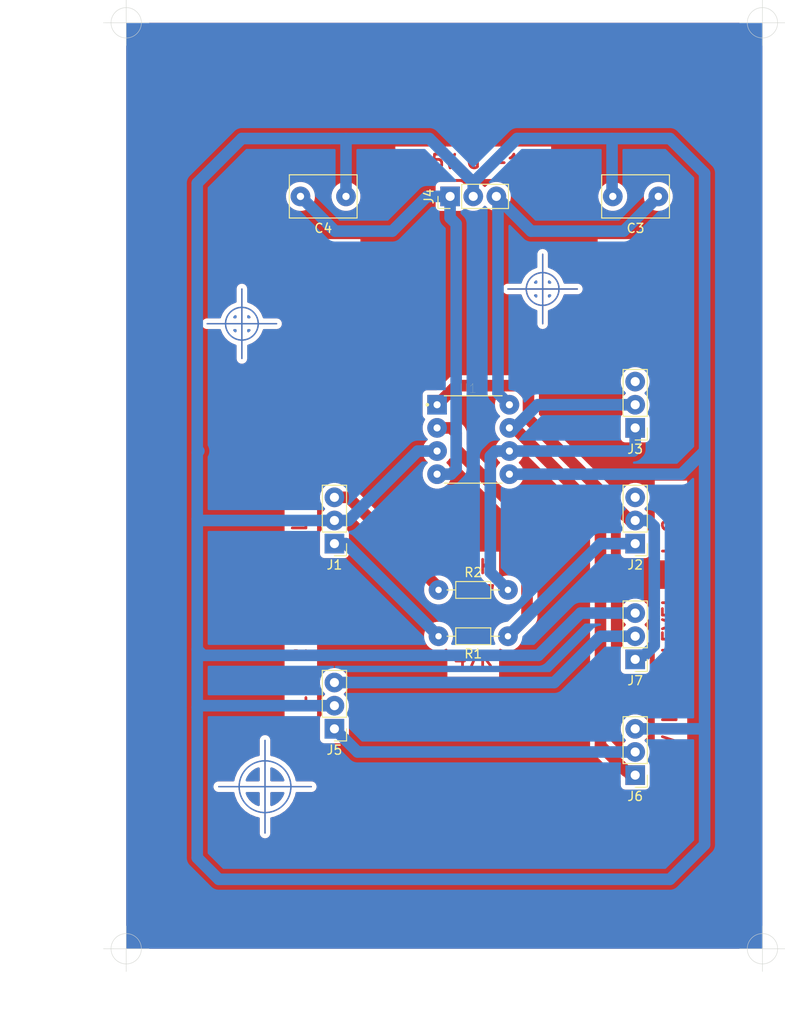
<source format=kicad_pcb>
(kicad_pcb (version 20171130) (host pcbnew "(5.1.9-0-10_14)")

  (general
    (thickness 1.6)
    (drawings 42)
    (tracks 104)
    (zones 0)
    (modules 12)
    (nets 14)
  )

  (page A4)
  (layers
    (0 F.Cu signal)
    (31 B.Cu signal)
    (32 B.Adhes user)
    (33 F.Adhes user)
    (34 B.Paste user)
    (35 F.Paste user)
    (36 B.SilkS user)
    (37 F.SilkS user)
    (38 B.Mask user)
    (39 F.Mask user)
    (40 Dwgs.User user)
    (41 Cmts.User user)
    (42 Eco1.User user)
    (43 Eco2.User user)
    (44 Edge.Cuts user)
    (45 Margin user)
    (46 B.CrtYd user)
    (47 F.CrtYd user)
    (48 B.Fab user)
    (49 F.Fab user)
  )

  (setup
    (last_trace_width 1.27)
    (trace_clearance 0.381)
    (zone_clearance 0.508)
    (zone_45_only no)
    (trace_min 0.2)
    (via_size 2.159)
    (via_drill 0.4)
    (via_min_size 0.4)
    (via_min_drill 0.3)
    (uvia_size 0.3)
    (uvia_drill 0.1)
    (uvias_allowed no)
    (uvia_min_size 0.2)
    (uvia_min_drill 0.1)
    (edge_width 0.05)
    (segment_width 0.2)
    (pcb_text_width 0.3)
    (pcb_text_size 1.5 1.5)
    (mod_edge_width 0.12)
    (mod_text_size 1 1)
    (mod_text_width 0.15)
    (pad_size 2.159 2.159)
    (pad_drill 1)
    (pad_to_mask_clearance 0)
    (aux_axis_origin 127 127)
    (grid_origin 168.91 74.93)
    (visible_elements FFFFFF7F)
    (pcbplotparams
      (layerselection 0x010fc_ffffffff)
      (usegerberextensions false)
      (usegerberattributes true)
      (usegerberadvancedattributes true)
      (creategerberjobfile true)
      (excludeedgelayer true)
      (linewidth 0.100000)
      (plotframeref false)
      (viasonmask false)
      (mode 1)
      (useauxorigin false)
      (hpglpennumber 1)
      (hpglpenspeed 20)
      (hpglpendiameter 15.000000)
      (psnegative false)
      (psa4output false)
      (plotreference true)
      (plotvalue true)
      (plotinvisibletext false)
      (padsonsilk false)
      (subtractmaskfromsilk false)
      (outputformat 1)
      (mirror false)
      (drillshape 1)
      (scaleselection 1)
      (outputdirectory ""))
  )

  (net 0 "")
  (net 1 GND)
  (net 2 "Net-(C3-Pad1)")
  (net 3 "Net-(C4-Pad2)")
  (net 4 "Net-(J1-Pad3)")
  (net 5 "Net-(J1-Pad1)")
  (net 6 "Net-(J2-Pad1)")
  (net 7 "Net-(J3-Pad1)")
  (net 8 "Net-(J5-Pad3)")
  (net 9 "Net-(J5-Pad1)")
  (net 10 "Net-(J2-Pad3)")
  (net 11 "Net-(J3-Pad3)")
  (net 12 "Net-(J2-Pad2)")
  (net 13 "Net-(J3-Pad2)")

  (net_class Default "This is the default net class."
    (clearance 0.381)
    (trace_width 1.27)
    (via_dia 2.159)
    (via_drill 0.4)
    (uvia_dia 0.3)
    (uvia_drill 0.1)
    (add_net GND)
    (add_net "Net-(C3-Pad1)")
    (add_net "Net-(C4-Pad2)")
    (add_net "Net-(J1-Pad1)")
    (add_net "Net-(J1-Pad3)")
    (add_net "Net-(J2-Pad1)")
    (add_net "Net-(J2-Pad2)")
    (add_net "Net-(J2-Pad3)")
    (add_net "Net-(J3-Pad1)")
    (add_net "Net-(J3-Pad2)")
    (add_net "Net-(J3-Pad3)")
    (add_net "Net-(J5-Pad1)")
    (add_net "Net-(J5-Pad3)")
  )

  (module Connector_PinHeader_2.54mm:PinHeader_1x03_P2.54mm_Vertical (layer F.Cu) (tedit 60721F70) (tstamp 6071F799)
    (at 182.88 82.55 180)
    (descr "Through hole straight pin header, 1x03, 2.54mm pitch, single row")
    (tags "Through hole pin header THT 1x03 2.54mm single row")
    (path /607513D3)
    (fp_text reference J2 (at 0 -2.33 180) (layer F.SilkS)
      (effects (font (size 1 1) (thickness 0.15)))
    )
    (fp_text value "L GAIN POT" (at -3.81 2.54 90) (layer F.Fab)
      (effects (font (size 1 1) (thickness 0.15)))
    )
    (fp_line (start 1.8 -1.8) (end -1.8 -1.8) (layer F.CrtYd) (width 0.05))
    (fp_line (start 1.8 6.85) (end 1.8 -1.8) (layer F.CrtYd) (width 0.05))
    (fp_line (start -1.8 6.85) (end 1.8 6.85) (layer F.CrtYd) (width 0.05))
    (fp_line (start -1.8 -1.8) (end -1.8 6.85) (layer F.CrtYd) (width 0.05))
    (fp_line (start -1.33 -1.33) (end 0 -1.33) (layer F.SilkS) (width 0.12))
    (fp_line (start -1.33 0) (end -1.33 -1.33) (layer F.SilkS) (width 0.12))
    (fp_line (start -1.33 1.27) (end 1.33 1.27) (layer F.SilkS) (width 0.12))
    (fp_line (start 1.33 1.27) (end 1.33 6.41) (layer F.SilkS) (width 0.12))
    (fp_line (start -1.33 1.27) (end -1.33 6.41) (layer F.SilkS) (width 0.12))
    (fp_line (start -1.33 6.41) (end 1.33 6.41) (layer F.SilkS) (width 0.12))
    (fp_line (start -1.27 -0.635) (end -0.635 -1.27) (layer F.Fab) (width 0.1))
    (fp_line (start -1.27 6.35) (end -1.27 -0.635) (layer F.Fab) (width 0.1))
    (fp_line (start 1.27 6.35) (end -1.27 6.35) (layer F.Fab) (width 0.1))
    (fp_line (start 1.27 -1.27) (end 1.27 6.35) (layer F.Fab) (width 0.1))
    (fp_line (start -0.635 -1.27) (end 1.27 -1.27) (layer F.Fab) (width 0.1))
    (fp_text user %R (at 0 2.54 270) (layer F.Fab)
      (effects (font (size 1 1) (thickness 0.15)))
    )
    (pad 3 thru_hole oval (at 0 5.08 180) (size 2.159 2.159) (drill 1) (layers *.Cu *.Mask)
      (net 10 "Net-(J2-Pad3)"))
    (pad 2 thru_hole oval (at 0 2.54 180) (size 2.159 2.159) (drill 1) (layers *.Cu *.Mask)
      (net 12 "Net-(J2-Pad2)"))
    (pad 1 thru_hole rect (at 0 0 180) (size 2.159 2.159) (drill 1) (layers *.Cu *.Mask)
      (net 6 "Net-(J2-Pad1)"))
    (model ${KISYS3DMOD}/Connector_PinHeader_2.54mm.3dshapes/PinHeader_1x03_P2.54mm_Vertical.wrl
      (at (xyz 0 0 0))
      (scale (xyz 1 1 1))
      (rotate (xyz 0 0 0))
    )
  )

  (module Capacitor_THT:C_Rect_L7.2mm_W4.5mm_P5.00mm_FKS2_FKP2_MKS2_MKP2 (layer F.Cu) (tedit 6072201D) (tstamp 60732E3A)
    (at 185.42 44.45 180)
    (descr "C, Rect series, Radial, pin pitch=5.00mm, , length*width=7.2*4.5mm^2, Capacitor, http://www.wima.com/EN/WIMA_FKS_2.pdf")
    (tags "C Rect series Radial pin pitch 5.00mm  length 7.2mm width 4.5mm Capacitor")
    (path /607684B1)
    (fp_text reference C3 (at 2.5 -3.5) (layer F.SilkS)
      (effects (font (size 1 1) (thickness 0.15)))
    )
    (fp_text value 100nF (at 2.5 3.5) (layer F.Fab)
      (effects (font (size 1 1) (thickness 0.15)))
    )
    (fp_line (start -1.1 -2.25) (end -1.1 2.25) (layer F.Fab) (width 0.1))
    (fp_line (start -1.1 2.25) (end 6.1 2.25) (layer F.Fab) (width 0.1))
    (fp_line (start 6.1 2.25) (end 6.1 -2.25) (layer F.Fab) (width 0.1))
    (fp_line (start 6.1 -2.25) (end -1.1 -2.25) (layer F.Fab) (width 0.1))
    (fp_line (start -1.22 -2.37) (end 6.22 -2.37) (layer F.SilkS) (width 0.12))
    (fp_line (start -1.22 2.37) (end 6.22 2.37) (layer F.SilkS) (width 0.12))
    (fp_line (start -1.22 -2.37) (end -1.22 2.37) (layer F.SilkS) (width 0.12))
    (fp_line (start 6.22 -2.37) (end 6.22 2.37) (layer F.SilkS) (width 0.12))
    (fp_line (start -1.35 -2.5) (end -1.35 2.5) (layer F.CrtYd) (width 0.05))
    (fp_line (start -1.35 2.5) (end 6.35 2.5) (layer F.CrtYd) (width 0.05))
    (fp_line (start 6.35 2.5) (end 6.35 -2.5) (layer F.CrtYd) (width 0.05))
    (fp_line (start 6.35 -2.5) (end -1.35 -2.5) (layer F.CrtYd) (width 0.05))
    (fp_text user %R (at 2.5 0 180) (layer F.Fab)
      (effects (font (size 1 1) (thickness 0.15)))
    )
    (pad 2 thru_hole circle (at 5 0 180) (size 2.159 2.159) (drill 0.8) (layers *.Cu *.Mask)
      (net 1 GND))
    (pad 1 thru_hole circle (at 0 0 180) (size 2.159 2.159) (drill 0.8) (layers *.Cu *.Mask)
      (net 2 "Net-(C3-Pad1)"))
    (model ${KISYS3DMOD}/Capacitor_THT.3dshapes/C_Rect_L7.2mm_W4.5mm_P5.00mm_FKS2_FKP2_MKS2_MKP2.wrl
      (at (xyz 0 0 0))
      (scale (xyz 1 1 1))
      (rotate (xyz 0 0 0))
    )
  )

  (module Capacitor_THT:C_Rect_L7.2mm_W4.5mm_P5.00mm_FKS2_FKP2_MKS2_MKP2 (layer F.Cu) (tedit 6072201D) (tstamp 60732E04)
    (at 151.13 44.45 180)
    (descr "C, Rect series, Radial, pin pitch=5.00mm, , length*width=7.2*4.5mm^2, Capacitor, http://www.wima.com/EN/WIMA_FKS_2.pdf")
    (tags "C Rect series Radial pin pitch 5.00mm  length 7.2mm width 4.5mm Capacitor")
    (path /60767CDA)
    (fp_text reference C4 (at 2.5 -3.5) (layer F.SilkS)
      (effects (font (size 1 1) (thickness 0.15)))
    )
    (fp_text value 100nF (at 2.5 3.5) (layer F.Fab)
      (effects (font (size 1 1) (thickness 0.15)))
    )
    (fp_line (start -1.1 -2.25) (end -1.1 2.25) (layer F.Fab) (width 0.1))
    (fp_line (start -1.1 2.25) (end 6.1 2.25) (layer F.Fab) (width 0.1))
    (fp_line (start 6.1 2.25) (end 6.1 -2.25) (layer F.Fab) (width 0.1))
    (fp_line (start 6.1 -2.25) (end -1.1 -2.25) (layer F.Fab) (width 0.1))
    (fp_line (start -1.22 -2.37) (end 6.22 -2.37) (layer F.SilkS) (width 0.12))
    (fp_line (start -1.22 2.37) (end 6.22 2.37) (layer F.SilkS) (width 0.12))
    (fp_line (start -1.22 -2.37) (end -1.22 2.37) (layer F.SilkS) (width 0.12))
    (fp_line (start 6.22 -2.37) (end 6.22 2.37) (layer F.SilkS) (width 0.12))
    (fp_line (start -1.35 -2.5) (end -1.35 2.5) (layer F.CrtYd) (width 0.05))
    (fp_line (start -1.35 2.5) (end 6.35 2.5) (layer F.CrtYd) (width 0.05))
    (fp_line (start 6.35 2.5) (end 6.35 -2.5) (layer F.CrtYd) (width 0.05))
    (fp_line (start 6.35 -2.5) (end -1.35 -2.5) (layer F.CrtYd) (width 0.05))
    (fp_text user %R (at 2.5 0) (layer F.Fab)
      (effects (font (size 1 1) (thickness 0.15)))
    )
    (pad 2 thru_hole circle (at 5 0 180) (size 2.159 2.159) (drill 0.8) (layers *.Cu *.Mask)
      (net 3 "Net-(C4-Pad2)"))
    (pad 1 thru_hole circle (at 0 0 180) (size 2.159 2.159) (drill 0.8) (layers *.Cu *.Mask)
      (net 1 GND))
    (model ${KISYS3DMOD}/Capacitor_THT.3dshapes/C_Rect_L7.2mm_W4.5mm_P5.00mm_FKS2_FKP2_MKS2_MKP2.wrl
      (at (xyz 0 0 0))
      (scale (xyz 1 1 1))
      (rotate (xyz 0 0 0))
    )
  )

  (module Connector_PinHeader_2.54mm:PinHeader_1x03_P2.54mm_Vertical (layer F.Cu) (tedit 60721F70) (tstamp 6071F783)
    (at 149.86 82.55 180)
    (descr "Through hole straight pin header, 1x03, 2.54mm pitch, single row")
    (tags "Through hole pin header THT 1x03 2.54mm single row")
    (path /60761CBB)
    (fp_text reference J1 (at 0 -2.33) (layer F.SilkS)
      (effects (font (size 1 1) (thickness 0.15)))
    )
    (fp_text value "IN: L G R" (at 2.54 2.54 90) (layer F.Fab)
      (effects (font (size 1 1) (thickness 0.15)))
    )
    (fp_line (start 1.8 -1.8) (end -1.8 -1.8) (layer F.CrtYd) (width 0.05))
    (fp_line (start 1.8 6.85) (end 1.8 -1.8) (layer F.CrtYd) (width 0.05))
    (fp_line (start -1.8 6.85) (end 1.8 6.85) (layer F.CrtYd) (width 0.05))
    (fp_line (start -1.8 -1.8) (end -1.8 6.85) (layer F.CrtYd) (width 0.05))
    (fp_line (start -1.33 -1.33) (end 0 -1.33) (layer F.SilkS) (width 0.12))
    (fp_line (start -1.33 0) (end -1.33 -1.33) (layer F.SilkS) (width 0.12))
    (fp_line (start -1.33 1.27) (end 1.33 1.27) (layer F.SilkS) (width 0.12))
    (fp_line (start 1.33 1.27) (end 1.33 6.41) (layer F.SilkS) (width 0.12))
    (fp_line (start -1.33 1.27) (end -1.33 6.41) (layer F.SilkS) (width 0.12))
    (fp_line (start -1.33 6.41) (end 1.33 6.41) (layer F.SilkS) (width 0.12))
    (fp_line (start -1.27 -0.635) (end -0.635 -1.27) (layer F.Fab) (width 0.1))
    (fp_line (start -1.27 6.35) (end -1.27 -0.635) (layer F.Fab) (width 0.1))
    (fp_line (start 1.27 6.35) (end -1.27 6.35) (layer F.Fab) (width 0.1))
    (fp_line (start 1.27 -1.27) (end 1.27 6.35) (layer F.Fab) (width 0.1))
    (fp_line (start -0.635 -1.27) (end 1.27 -1.27) (layer F.Fab) (width 0.1))
    (fp_text user %R (at 0 2.54 90) (layer F.Fab)
      (effects (font (size 1 1) (thickness 0.15)))
    )
    (pad 3 thru_hole oval (at 0 5.08 180) (size 2.159 2.159) (drill 1) (layers *.Cu *.Mask)
      (net 4 "Net-(J1-Pad3)"))
    (pad 2 thru_hole oval (at 0 2.54 180) (size 2.159 2.159) (drill 1) (layers *.Cu *.Mask)
      (net 1 GND))
    (pad 1 thru_hole rect (at 0 0 180) (size 2.159 2.159) (drill 1) (layers *.Cu *.Mask)
      (net 5 "Net-(J1-Pad1)"))
    (model ${KISYS3DMOD}/Connector_PinHeader_2.54mm.3dshapes/PinHeader_1x03_P2.54mm_Vertical.wrl
      (at (xyz 0 0 0))
      (scale (xyz 1 1 1))
      (rotate (xyz 0 0 0))
    )
  )

  (module Connector_PinHeader_2.54mm:PinHeader_1x03_P2.54mm_Vertical (layer F.Cu) (tedit 60721F70) (tstamp 60720F3C)
    (at 182.88 69.85 180)
    (descr "Through hole straight pin header, 1x03, 2.54mm pitch, single row")
    (tags "Through hole pin header THT 1x03 2.54mm single row")
    (path /60750368)
    (fp_text reference J3 (at 0 -2.33) (layer F.SilkS)
      (effects (font (size 1 1) (thickness 0.15)))
    )
    (fp_text value "R GAIN POT" (at -3.81 2.54 270) (layer F.Fab)
      (effects (font (size 1 1) (thickness 0.15)))
    )
    (fp_line (start 1.8 -1.8) (end -1.8 -1.8) (layer F.CrtYd) (width 0.05))
    (fp_line (start 1.8 6.85) (end 1.8 -1.8) (layer F.CrtYd) (width 0.05))
    (fp_line (start -1.8 6.85) (end 1.8 6.85) (layer F.CrtYd) (width 0.05))
    (fp_line (start -1.8 -1.8) (end -1.8 6.85) (layer F.CrtYd) (width 0.05))
    (fp_line (start -1.33 -1.33) (end 0 -1.33) (layer F.SilkS) (width 0.12))
    (fp_line (start -1.33 0) (end -1.33 -1.33) (layer F.SilkS) (width 0.12))
    (fp_line (start -1.33 1.27) (end 1.33 1.27) (layer F.SilkS) (width 0.12))
    (fp_line (start 1.33 1.27) (end 1.33 6.41) (layer F.SilkS) (width 0.12))
    (fp_line (start -1.33 1.27) (end -1.33 6.41) (layer F.SilkS) (width 0.12))
    (fp_line (start -1.33 6.41) (end 1.33 6.41) (layer F.SilkS) (width 0.12))
    (fp_line (start -1.27 -0.635) (end -0.635 -1.27) (layer F.Fab) (width 0.1))
    (fp_line (start -1.27 6.35) (end -1.27 -0.635) (layer F.Fab) (width 0.1))
    (fp_line (start 1.27 6.35) (end -1.27 6.35) (layer F.Fab) (width 0.1))
    (fp_line (start 1.27 -1.27) (end 1.27 6.35) (layer F.Fab) (width 0.1))
    (fp_line (start -0.635 -1.27) (end 1.27 -1.27) (layer F.Fab) (width 0.1))
    (fp_text user %R (at 0 2.54 90) (layer F.Fab)
      (effects (font (size 1 1) (thickness 0.15)))
    )
    (pad 3 thru_hole oval (at 0 5.08 180) (size 2.159 2.159) (drill 1) (layers *.Cu *.Mask)
      (net 11 "Net-(J3-Pad3)"))
    (pad 2 thru_hole oval (at 0 2.54 180) (size 2.159 2.159) (drill 1) (layers *.Cu *.Mask)
      (net 13 "Net-(J3-Pad2)"))
    (pad 1 thru_hole rect (at 0 0 180) (size 2.159 2.159) (drill 1) (layers *.Cu *.Mask)
      (net 7 "Net-(J3-Pad1)"))
    (model ${KISYS3DMOD}/Connector_PinHeader_2.54mm.3dshapes/PinHeader_1x03_P2.54mm_Vertical.wrl
      (at (xyz 0 0 0))
      (scale (xyz 1 1 1))
      (rotate (xyz 0 0 0))
    )
  )

  (module Connector_PinHeader_2.54mm:PinHeader_1x03_P2.54mm_Vertical (layer F.Cu) (tedit 60721F70) (tstamp 60732DC6)
    (at 162.56 44.45 90)
    (descr "Through hole straight pin header, 1x03, 2.54mm pitch, single row")
    (tags "Through hole pin header THT 1x03 2.54mm single row")
    (path /6076771F)
    (fp_text reference J4 (at 0 -2.33 90) (layer F.SilkS)
      (effects (font (size 1 1) (thickness 0.15)))
    )
    (fp_text value "PWR: +15 G -15" (at 3.81 2.54 180) (layer F.Fab)
      (effects (font (size 1 1) (thickness 0.15)))
    )
    (fp_line (start 1.8 -1.8) (end -1.8 -1.8) (layer F.CrtYd) (width 0.05))
    (fp_line (start 1.8 6.85) (end 1.8 -1.8) (layer F.CrtYd) (width 0.05))
    (fp_line (start -1.8 6.85) (end 1.8 6.85) (layer F.CrtYd) (width 0.05))
    (fp_line (start -1.8 -1.8) (end -1.8 6.85) (layer F.CrtYd) (width 0.05))
    (fp_line (start -1.33 -1.33) (end 0 -1.33) (layer F.SilkS) (width 0.12))
    (fp_line (start -1.33 0) (end -1.33 -1.33) (layer F.SilkS) (width 0.12))
    (fp_line (start -1.33 1.27) (end 1.33 1.27) (layer F.SilkS) (width 0.12))
    (fp_line (start 1.33 1.27) (end 1.33 6.41) (layer F.SilkS) (width 0.12))
    (fp_line (start -1.33 1.27) (end -1.33 6.41) (layer F.SilkS) (width 0.12))
    (fp_line (start -1.33 6.41) (end 1.33 6.41) (layer F.SilkS) (width 0.12))
    (fp_line (start -1.27 -0.635) (end -0.635 -1.27) (layer F.Fab) (width 0.1))
    (fp_line (start -1.27 6.35) (end -1.27 -0.635) (layer F.Fab) (width 0.1))
    (fp_line (start 1.27 6.35) (end -1.27 6.35) (layer F.Fab) (width 0.1))
    (fp_line (start 1.27 -1.27) (end 1.27 6.35) (layer F.Fab) (width 0.1))
    (fp_line (start -0.635 -1.27) (end 1.27 -1.27) (layer F.Fab) (width 0.1))
    (fp_text user %R (at 0 2.54) (layer F.Fab)
      (effects (font (size 1 1) (thickness 0.15)))
    )
    (pad 3 thru_hole oval (at 0 5.08 90) (size 2.159 2.159) (drill 1) (layers *.Cu *.Mask)
      (net 2 "Net-(C3-Pad1)"))
    (pad 2 thru_hole oval (at 0 2.54 90) (size 2.159 2.159) (drill 1) (layers *.Cu *.Mask)
      (net 1 GND))
    (pad 1 thru_hole rect (at 0 0 90) (size 2.159 2.159) (drill 1) (layers *.Cu *.Mask)
      (net 3 "Net-(C4-Pad2)"))
    (model ${KISYS3DMOD}/Connector_PinHeader_2.54mm.3dshapes/PinHeader_1x03_P2.54mm_Vertical.wrl
      (at (xyz 0 0 0))
      (scale (xyz 1 1 1))
      (rotate (xyz 0 0 0))
    )
  )

  (module Connector_PinHeader_2.54mm:PinHeader_1x03_P2.54mm_Vertical (layer F.Cu) (tedit 60721F70) (tstamp 60720E3E)
    (at 149.86 102.87 180)
    (descr "Through hole straight pin header, 1x03, 2.54mm pitch, single row")
    (tags "Through hole pin header THT 1x03 2.54mm single row")
    (path /6074E0BB)
    (fp_text reference J5 (at 0 -2.33) (layer F.SilkS)
      (effects (font (size 1 1) (thickness 0.15)))
    )
    (fp_text value "OUT: L G R" (at 2.54 2.54 90) (layer F.Fab)
      (effects (font (size 1 1) (thickness 0.15)))
    )
    (fp_line (start 1.8 -1.8) (end -1.8 -1.8) (layer F.CrtYd) (width 0.05))
    (fp_line (start 1.8 6.85) (end 1.8 -1.8) (layer F.CrtYd) (width 0.05))
    (fp_line (start -1.8 6.85) (end 1.8 6.85) (layer F.CrtYd) (width 0.05))
    (fp_line (start -1.8 -1.8) (end -1.8 6.85) (layer F.CrtYd) (width 0.05))
    (fp_line (start -1.33 -1.33) (end 0 -1.33) (layer F.SilkS) (width 0.12))
    (fp_line (start -1.33 0) (end -1.33 -1.33) (layer F.SilkS) (width 0.12))
    (fp_line (start -1.33 1.27) (end 1.33 1.27) (layer F.SilkS) (width 0.12))
    (fp_line (start 1.33 1.27) (end 1.33 6.41) (layer F.SilkS) (width 0.12))
    (fp_line (start -1.33 1.27) (end -1.33 6.41) (layer F.SilkS) (width 0.12))
    (fp_line (start -1.33 6.41) (end 1.33 6.41) (layer F.SilkS) (width 0.12))
    (fp_line (start -1.27 -0.635) (end -0.635 -1.27) (layer F.Fab) (width 0.1))
    (fp_line (start -1.27 6.35) (end -1.27 -0.635) (layer F.Fab) (width 0.1))
    (fp_line (start 1.27 6.35) (end -1.27 6.35) (layer F.Fab) (width 0.1))
    (fp_line (start 1.27 -1.27) (end 1.27 6.35) (layer F.Fab) (width 0.1))
    (fp_line (start -0.635 -1.27) (end 1.27 -1.27) (layer F.Fab) (width 0.1))
    (fp_text user %R (at 0 2.54 90) (layer F.Fab)
      (effects (font (size 1 1) (thickness 0.15)))
    )
    (pad 3 thru_hole oval (at 0 5.08 180) (size 2.159 2.159) (drill 1) (layers *.Cu *.Mask)
      (net 8 "Net-(J5-Pad3)"))
    (pad 2 thru_hole oval (at 0 2.54 180) (size 2.159 2.159) (drill 1) (layers *.Cu *.Mask)
      (net 1 GND))
    (pad 1 thru_hole rect (at 0 0 180) (size 2.159 2.159) (drill 1) (layers *.Cu *.Mask)
      (net 9 "Net-(J5-Pad1)"))
    (model ${KISYS3DMOD}/Connector_PinHeader_2.54mm.3dshapes/PinHeader_1x03_P2.54mm_Vertical.wrl
      (at (xyz 0 0 0))
      (scale (xyz 1 1 1))
      (rotate (xyz 0 0 0))
    )
  )

  (module Resistor_THT:R_Axial_DIN0204_L3.6mm_D1.6mm_P7.62mm_Horizontal (layer F.Cu) (tedit 60721FB0) (tstamp 60753189)
    (at 168.91 92.71 180)
    (descr "Resistor, Axial_DIN0204 series, Axial, Horizontal, pin pitch=7.62mm, 0.167W, length*diameter=3.6*1.6mm^2, http://cdn-reichelt.de/documents/datenblatt/B400/1_4W%23YAG.pdf")
    (tags "Resistor Axial_DIN0204 series Axial Horizontal pin pitch 7.62mm 0.167W length 3.6mm diameter 1.6mm")
    (path /60762A89)
    (fp_text reference R1 (at 3.81 -1.92) (layer F.SilkS)
      (effects (font (size 1 1) (thickness 0.15)))
    )
    (fp_text value 47K (at 3.81 1.92) (layer F.Fab)
      (effects (font (size 1 1) (thickness 0.15)))
    )
    (fp_line (start 2.01 -0.8) (end 2.01 0.8) (layer F.Fab) (width 0.1))
    (fp_line (start 2.01 0.8) (end 5.61 0.8) (layer F.Fab) (width 0.1))
    (fp_line (start 5.61 0.8) (end 5.61 -0.8) (layer F.Fab) (width 0.1))
    (fp_line (start 5.61 -0.8) (end 2.01 -0.8) (layer F.Fab) (width 0.1))
    (fp_line (start 0 0) (end 2.01 0) (layer F.Fab) (width 0.1))
    (fp_line (start 7.62 0) (end 5.61 0) (layer F.Fab) (width 0.1))
    (fp_line (start 1.89 -0.92) (end 1.89 0.92) (layer F.SilkS) (width 0.12))
    (fp_line (start 1.89 0.92) (end 5.73 0.92) (layer F.SilkS) (width 0.12))
    (fp_line (start 5.73 0.92) (end 5.73 -0.92) (layer F.SilkS) (width 0.12))
    (fp_line (start 5.73 -0.92) (end 1.89 -0.92) (layer F.SilkS) (width 0.12))
    (fp_line (start 0.94 0) (end 1.89 0) (layer F.SilkS) (width 0.12))
    (fp_line (start 6.68 0) (end 5.73 0) (layer F.SilkS) (width 0.12))
    (fp_line (start -0.95 -1.05) (end -0.95 1.05) (layer F.CrtYd) (width 0.05))
    (fp_line (start -0.95 1.05) (end 8.57 1.05) (layer F.CrtYd) (width 0.05))
    (fp_line (start 8.57 1.05) (end 8.57 -1.05) (layer F.CrtYd) (width 0.05))
    (fp_line (start 8.57 -1.05) (end -0.95 -1.05) (layer F.CrtYd) (width 0.05))
    (fp_text user %R (at 3.81 0) (layer F.Fab)
      (effects (font (size 0.72 0.72) (thickness 0.108)))
    )
    (pad 2 thru_hole oval (at 7.62 0 180) (size 2.159 2.159) (drill 0.7) (layers *.Cu *.Mask)
      (net 5 "Net-(J1-Pad1)"))
    (pad 1 thru_hole circle (at 0 0 180) (size 2.159 2.159) (drill 0.7) (layers *.Cu *.Mask)
      (net 6 "Net-(J2-Pad1)"))
    (model ${KISYS3DMOD}/Resistor_THT.3dshapes/R_Axial_DIN0204_L3.6mm_D1.6mm_P7.62mm_Horizontal.wrl
      (at (xyz 0 0 0))
      (scale (xyz 1 1 1))
      (rotate (xyz 0 0 0))
    )
  )

  (module Resistor_THT:R_Axial_DIN0204_L3.6mm_D1.6mm_P7.62mm_Horizontal (layer F.Cu) (tedit 60721FB0) (tstamp 60753110)
    (at 161.29 87.63)
    (descr "Resistor, Axial_DIN0204 series, Axial, Horizontal, pin pitch=7.62mm, 0.167W, length*diameter=3.6*1.6mm^2, http://cdn-reichelt.de/documents/datenblatt/B400/1_4W%23YAG.pdf")
    (tags "Resistor Axial_DIN0204 series Axial Horizontal pin pitch 7.62mm 0.167W length 3.6mm diameter 1.6mm")
    (path /60762EC0)
    (fp_text reference R2 (at 3.81 -1.92) (layer F.SilkS)
      (effects (font (size 1 1) (thickness 0.15)))
    )
    (fp_text value 47K (at 3.81 1.92) (layer F.Fab)
      (effects (font (size 1 1) (thickness 0.15)))
    )
    (fp_line (start 2.01 -0.8) (end 2.01 0.8) (layer F.Fab) (width 0.1))
    (fp_line (start 2.01 0.8) (end 5.61 0.8) (layer F.Fab) (width 0.1))
    (fp_line (start 5.61 0.8) (end 5.61 -0.8) (layer F.Fab) (width 0.1))
    (fp_line (start 5.61 -0.8) (end 2.01 -0.8) (layer F.Fab) (width 0.1))
    (fp_line (start 0 0) (end 2.01 0) (layer F.Fab) (width 0.1))
    (fp_line (start 7.62 0) (end 5.61 0) (layer F.Fab) (width 0.1))
    (fp_line (start 1.89 -0.92) (end 1.89 0.92) (layer F.SilkS) (width 0.12))
    (fp_line (start 1.89 0.92) (end 5.73 0.92) (layer F.SilkS) (width 0.12))
    (fp_line (start 5.73 0.92) (end 5.73 -0.92) (layer F.SilkS) (width 0.12))
    (fp_line (start 5.73 -0.92) (end 1.89 -0.92) (layer F.SilkS) (width 0.12))
    (fp_line (start 0.94 0) (end 1.89 0) (layer F.SilkS) (width 0.12))
    (fp_line (start 6.68 0) (end 5.73 0) (layer F.SilkS) (width 0.12))
    (fp_line (start -0.95 -1.05) (end -0.95 1.05) (layer F.CrtYd) (width 0.05))
    (fp_line (start -0.95 1.05) (end 8.57 1.05) (layer F.CrtYd) (width 0.05))
    (fp_line (start 8.57 1.05) (end 8.57 -1.05) (layer F.CrtYd) (width 0.05))
    (fp_line (start 8.57 -1.05) (end -0.95 -1.05) (layer F.CrtYd) (width 0.05))
    (fp_text user %R (at 3.81 0) (layer F.Fab)
      (effects (font (size 0.72 0.72) (thickness 0.108)))
    )
    (pad 2 thru_hole oval (at 7.62 0) (size 2.159 2.159) (drill 0.7) (layers *.Cu *.Mask)
      (net 7 "Net-(J3-Pad1)"))
    (pad 1 thru_hole circle (at 0 0) (size 2.159 2.159) (drill 0.7) (layers *.Cu *.Mask)
      (net 4 "Net-(J1-Pad3)"))
    (model ${KISYS3DMOD}/Resistor_THT.3dshapes/R_Axial_DIN0204_L3.6mm_D1.6mm_P7.62mm_Horizontal.wrl
      (at (xyz 0 0 0))
      (scale (xyz 1 1 1))
      (rotate (xyz 0 0 0))
    )
  )

  (module Connector_PinHeader_2.54mm:PinHeader_1x03_P2.54mm_Vertical (layer F.Cu) (tedit 60721F70) (tstamp 60729C2C)
    (at 182.88 107.95 180)
    (descr "Through hole straight pin header, 1x03, 2.54mm pitch, single row")
    (tags "Through hole pin header THT 1x03 2.54mm single row")
    (path /607285DD)
    (fp_text reference J6 (at 0 -2.33) (layer F.SilkS)
      (effects (font (size 1 1) (thickness 0.15)))
    )
    (fp_text value "L LEVEL POT" (at -3.81 1.27 90) (layer F.Fab)
      (effects (font (size 1 1) (thickness 0.15)))
    )
    (fp_line (start -0.635 -1.27) (end 1.27 -1.27) (layer F.Fab) (width 0.1))
    (fp_line (start 1.27 -1.27) (end 1.27 6.35) (layer F.Fab) (width 0.1))
    (fp_line (start 1.27 6.35) (end -1.27 6.35) (layer F.Fab) (width 0.1))
    (fp_line (start -1.27 6.35) (end -1.27 -0.635) (layer F.Fab) (width 0.1))
    (fp_line (start -1.27 -0.635) (end -0.635 -1.27) (layer F.Fab) (width 0.1))
    (fp_line (start -1.33 6.41) (end 1.33 6.41) (layer F.SilkS) (width 0.12))
    (fp_line (start -1.33 1.27) (end -1.33 6.41) (layer F.SilkS) (width 0.12))
    (fp_line (start 1.33 1.27) (end 1.33 6.41) (layer F.SilkS) (width 0.12))
    (fp_line (start -1.33 1.27) (end 1.33 1.27) (layer F.SilkS) (width 0.12))
    (fp_line (start -1.33 0) (end -1.33 -1.33) (layer F.SilkS) (width 0.12))
    (fp_line (start -1.33 -1.33) (end 0 -1.33) (layer F.SilkS) (width 0.12))
    (fp_line (start -1.8 -1.8) (end -1.8 6.85) (layer F.CrtYd) (width 0.05))
    (fp_line (start -1.8 6.85) (end 1.8 6.85) (layer F.CrtYd) (width 0.05))
    (fp_line (start 1.8 6.85) (end 1.8 -1.8) (layer F.CrtYd) (width 0.05))
    (fp_line (start 1.8 -1.8) (end -1.8 -1.8) (layer F.CrtYd) (width 0.05))
    (fp_text user %R (at 0 2.54 90) (layer F.Fab)
      (effects (font (size 1 1) (thickness 0.15)))
    )
    (pad 3 thru_hole oval (at 0 5.08 180) (size 2.159 2.159) (drill 1) (layers *.Cu *.Mask)
      (net 1 GND))
    (pad 2 thru_hole oval (at 0 2.54 180) (size 2.159 2.159) (drill 1) (layers *.Cu *.Mask)
      (net 9 "Net-(J5-Pad1)"))
    (pad 1 thru_hole rect (at 0 0 180) (size 2.159 2.159) (drill 1) (layers *.Cu *.Mask)
      (net 13 "Net-(J3-Pad2)"))
    (model ${KISYS3DMOD}/Connector_PinHeader_2.54mm.3dshapes/PinHeader_1x03_P2.54mm_Vertical.wrl
      (at (xyz 0 0 0))
      (scale (xyz 1 1 1))
      (rotate (xyz 0 0 0))
    )
  )

  (module Connector_PinHeader_2.54mm:PinHeader_1x03_P2.54mm_Vertical (layer F.Cu) (tedit 60721F70) (tstamp 60729C43)
    (at 182.88 95.25 180)
    (descr "Through hole straight pin header, 1x03, 2.54mm pitch, single row")
    (tags "Through hole pin header THT 1x03 2.54mm single row")
    (path /6072708D)
    (fp_text reference J7 (at 0 -2.33) (layer F.SilkS)
      (effects (font (size 1 1) (thickness 0.15)))
    )
    (fp_text value "R LEVEL POT" (at -3.81 2.54 90) (layer F.Fab)
      (effects (font (size 1 1) (thickness 0.15)))
    )
    (fp_line (start 1.8 -1.8) (end -1.8 -1.8) (layer F.CrtYd) (width 0.05))
    (fp_line (start 1.8 6.85) (end 1.8 -1.8) (layer F.CrtYd) (width 0.05))
    (fp_line (start -1.8 6.85) (end 1.8 6.85) (layer F.CrtYd) (width 0.05))
    (fp_line (start -1.8 -1.8) (end -1.8 6.85) (layer F.CrtYd) (width 0.05))
    (fp_line (start -1.33 -1.33) (end 0 -1.33) (layer F.SilkS) (width 0.12))
    (fp_line (start -1.33 0) (end -1.33 -1.33) (layer F.SilkS) (width 0.12))
    (fp_line (start -1.33 1.27) (end 1.33 1.27) (layer F.SilkS) (width 0.12))
    (fp_line (start 1.33 1.27) (end 1.33 6.41) (layer F.SilkS) (width 0.12))
    (fp_line (start -1.33 1.27) (end -1.33 6.41) (layer F.SilkS) (width 0.12))
    (fp_line (start -1.33 6.41) (end 1.33 6.41) (layer F.SilkS) (width 0.12))
    (fp_line (start -1.27 -0.635) (end -0.635 -1.27) (layer F.Fab) (width 0.1))
    (fp_line (start -1.27 6.35) (end -1.27 -0.635) (layer F.Fab) (width 0.1))
    (fp_line (start 1.27 6.35) (end -1.27 6.35) (layer F.Fab) (width 0.1))
    (fp_line (start 1.27 -1.27) (end 1.27 6.35) (layer F.Fab) (width 0.1))
    (fp_line (start -0.635 -1.27) (end 1.27 -1.27) (layer F.Fab) (width 0.1))
    (fp_text user %R (at 0 2.54 90) (layer F.Fab)
      (effects (font (size 1 1) (thickness 0.15)))
    )
    (pad 1 thru_hole rect (at 0 0 180) (size 2.159 2.159) (drill 1) (layers *.Cu *.Mask)
      (net 12 "Net-(J2-Pad2)"))
    (pad 2 thru_hole oval (at 0 2.54 180) (size 2.159 2.159) (drill 1) (layers *.Cu *.Mask)
      (net 8 "Net-(J5-Pad3)"))
    (pad 3 thru_hole oval (at 0 5.08 180) (size 2.159 2.159) (drill 1) (layers *.Cu *.Mask)
      (net 1 GND))
    (model ${KISYS3DMOD}/Connector_PinHeader_2.54mm.3dshapes/PinHeader_1x03_P2.54mm_Vertical.wrl
      (at (xyz 0 0 0))
      (scale (xyz 1 1 1))
      (rotate (xyz 0 0 0))
    )
  )

  (module DIP794W45P254L959H508Q8 (layer F.Cu) (tedit 60722085) (tstamp 60729C44)
    (at 165.1 71.12)
    (path /6074DD35)
    (fp_text reference U1 (at -0.565 -5.607) (layer F.SilkS)
      (effects (font (size 1 1) (thickness 0.015)))
    )
    (fp_text value LM833N (at 0 6.35) (layer F.Fab)
      (effects (font (size 1 1) (thickness 0.015)))
    )
    (fp_circle (center -5.035 -3.81) (end -4.935 -3.81) (layer F.SilkS) (width 0.2))
    (fp_circle (center -5.035 -3.81) (end -4.935 -3.81) (layer F.Fab) (width 0.2))
    (fp_line (start -3.175 -4.795) (end 3.175 -4.795) (layer F.Fab) (width 0.127))
    (fp_line (start -3.175 4.795) (end 3.175 4.795) (layer F.Fab) (width 0.127))
    (fp_line (start -3.175 -4.795) (end 3.175 -4.795) (layer F.SilkS) (width 0.127))
    (fp_line (start -3.175 4.795) (end 3.175 4.795) (layer F.SilkS) (width 0.127))
    (fp_line (start -3.175 -4.795) (end -3.175 4.795) (layer F.Fab) (width 0.127))
    (fp_line (start 3.175 -4.795) (end 3.175 4.795) (layer F.Fab) (width 0.127))
    (fp_line (start 4.785 -5.045) (end -4.785 -5.045) (layer F.CrtYd) (width 0.05))
    (fp_line (start 4.785 5.045) (end -4.785 5.045) (layer F.CrtYd) (width 0.05))
    (fp_line (start 4.785 -5.045) (end 4.785 5.045) (layer F.CrtYd) (width 0.05))
    (fp_line (start -4.785 -5.045) (end -4.785 5.045) (layer F.CrtYd) (width 0.05))
    (pad 1 thru_hole rect (at -3.97 -3.81) (size 2.159 2.159) (drill 0.78) (layers *.Cu *.Mask)
      (net 12 "Net-(J2-Pad2)"))
    (pad 2 thru_hole circle (at -3.97 -1.27) (size 2.159 2.159) (drill 0.78) (layers *.Cu *.Mask)
      (net 6 "Net-(J2-Pad1)"))
    (pad 3 thru_hole circle (at -3.97 1.27) (size 2.159 2.159) (drill 0.78) (layers *.Cu *.Mask)
      (net 1 GND))
    (pad 4 thru_hole circle (at -3.97 3.81) (size 2.159 2.159) (drill 0.78) (layers *.Cu *.Mask)
      (net 3 "Net-(C4-Pad2)"))
    (pad 5 thru_hole circle (at 3.97 3.81) (size 2.159 2.159) (drill 0.78) (layers *.Cu *.Mask)
      (net 1 GND))
    (pad 6 thru_hole circle (at 3.97 1.27) (size 2.159 2.159) (drill 0.78) (layers *.Cu *.Mask)
      (net 7 "Net-(J3-Pad1)"))
    (pad 7 thru_hole circle (at 3.97 -1.27) (size 2.159 2.159) (drill 0.78) (layers *.Cu *.Mask)
      (net 13 "Net-(J3-Pad2)"))
    (pad 8 thru_hole circle (at 3.97 -3.81) (size 2.159 2.159) (drill 0.78) (layers *.Cu *.Mask)
      (net 2 "Net-(C3-Pad1)"))
  )

  (dimension 69.85 (width 0.15) (layer Dwgs.User)
    (gr_text "2.7500 in" (at 161.925 135.92) (layer Dwgs.User)
      (effects (font (size 1 1) (thickness 0.15)))
    )
    (feature1 (pts (xy 196.85 127) (xy 196.85 135.206421)))
    (feature2 (pts (xy 127 127) (xy 127 135.206421)))
    (crossbar (pts (xy 127 134.62) (xy 196.85 134.62)))
    (arrow1a (pts (xy 196.85 134.62) (xy 195.723496 135.206421)))
    (arrow1b (pts (xy 196.85 134.62) (xy 195.723496 134.033579)))
    (arrow2a (pts (xy 127 134.62) (xy 128.126504 135.206421)))
    (arrow2b (pts (xy 127 134.62) (xy 128.126504 134.033579)))
  )
  (dimension 101.6 (width 0.15) (layer Dwgs.User)
    (gr_text "4.0000 in" (at 116.81 76.2 270) (layer Dwgs.User)
      (effects (font (size 1 1) (thickness 0.15)))
    )
    (feature1 (pts (xy 127 127) (xy 117.523579 127)))
    (feature2 (pts (xy 127 25.4) (xy 117.523579 25.4)))
    (crossbar (pts (xy 118.11 25.4) (xy 118.11 127)))
    (arrow1a (pts (xy 118.11 127) (xy 117.523579 125.873496)))
    (arrow1b (pts (xy 118.11 127) (xy 118.696421 125.873496)))
    (arrow2a (pts (xy 118.11 25.4) (xy 117.523579 26.526504)))
    (arrow2b (pts (xy 118.11 25.4) (xy 118.696421 26.526504)))
  )
  (gr_text "OUT: L G R" (at 146.05 100.33 90) (layer F.Cu)
    (effects (font (size 1.5 1.5) (thickness 0.3)))
  )
  (gr_text "IN: L G R" (at 146.05 80.01 90) (layer F.Cu)
    (effects (font (size 1.5 1.5) (thickness 0.3)))
  )
  (gr_text "R GAIN" (at 186.69 67.31 90) (layer F.Cu)
    (effects (font (size 1.5 1.5) (thickness 0.3)))
  )
  (gr_text "L GAIN" (at 186.69 80.01 90) (layer F.Cu)
    (effects (font (size 1.5 1.5) (thickness 0.3)))
  )
  (gr_text "R LEVEL" (at 186.69 92.71 90) (layer F.Cu)
    (effects (font (size 1.5 1.5) (thickness 0.3)))
  )
  (gr_text "L LEVEL\n" (at 186.69 105.41 90) (layer F.Cu)
    (effects (font (size 1.5 1.5) (thickness 0.3)))
  )
  (gr_text 47K (at 165.1 95.25) (layer F.Cu)
    (effects (font (size 1.5 1.5) (thickness 0.3)))
  )
  (gr_text 47K (at 165.1 85.09) (layer F.Cu)
    (effects (font (size 1.5 1.5) (thickness 0.3)))
  )
  (gr_line (start 142.24 104.14) (end 142.24 114.3) (layer F.Cu) (width 0.15) (tstamp 60733386))
  (gr_line (start 137.16 109.22) (end 147.32 109.22) (layer B.Cu) (width 0.15) (tstamp 60733382))
  (gr_line (start 137.16 109.22) (end 147.32 109.22) (layer F.Cu) (width 0.15))
  (gr_line (start 142.24 104.14) (end 142.24 114.3) (layer B.Cu) (width 0.15))
  (gr_circle (center 142.24 109.22) (end 145.079806 109.22) (layer F.Cu) (width 0.15) (tstamp 6073335F))
  (gr_circle (center 142.24 109.22) (end 145.079806 109.22) (layer B.Cu) (width 0.15))
  (target plus (at 196.85 25.4) (size 5) (width 0.05) (layer Edge.Cuts) (tstamp 60729CBB))
  (target plus (at 127 25.4) (size 5) (width 0.05) (layer Edge.Cuts))
  (gr_line (start 168.91 54.61) (end 176.53 54.61) (layer B.Cu) (width 0.15) (tstamp 60725E13))
  (gr_circle (center 172.72 54.61) (end 174.516051 54.61) (layer B.Cu) (width 0.15) (tstamp 60725E12))
  (gr_line (start 172.72 50.8) (end 172.72 58.42) (layer B.Cu) (width 0.15) (tstamp 60725E11))
  (gr_line (start 168.91 54.61) (end 176.53 54.61) (layer F.Cu) (width 0.15) (tstamp 60725E13))
  (gr_circle (center 172.72 54.61) (end 174.516051 54.61) (layer F.Cu) (width 0.15) (tstamp 60725E12))
  (gr_line (start 172.72 50.8) (end 172.72 58.42) (layer F.Cu) (width 0.15) (tstamp 60725E11))
  (gr_line (start 168.91 54.61) (end 176.53 54.61) (layer F.Cu) (width 0.15))
  (gr_line (start 172.72 50.8) (end 172.72 58.42) (layer F.Cu) (width 0.15))
  (gr_circle (center 172.72 54.61) (end 174.516051 54.61) (layer F.Cu) (width 0.15))
  (gr_line (start 139.7 54.61) (end 139.7 62.23) (layer B.Cu) (width 0.15))
  (gr_line (start 143.51 58.42) (end 135.89 58.42) (layer B.Cu) (width 0.15))
  (gr_circle (center 139.7 58.42) (end 141.496051 58.42) (layer B.Cu) (width 0.15) (tstamp 60725DC0))
  (gr_line (start 143.51 58.42) (end 135.89 58.42) (layer F.Cu) (width 0.15))
  (gr_line (start 139.7 54.61) (end 139.7 62.23) (layer F.Cu) (width 0.15))
  (gr_circle (center 139.7 58.42) (end 141.496051 58.42) (layer F.Cu) (width 0.15))
  (gr_text 100nF (at 148.59 50.8) (layer F.Cu) (tstamp 60732E5F)
    (effects (font (size 1.5 1.5) (thickness 0.3)))
  )
  (gr_text 100nF (at 182.88 50.8) (layer F.Cu) (tstamp 60732E62)
    (effects (font (size 1.5 1.5) (thickness 0.3)))
  )
  (gr_text "+15V G -15V" (at 165.1 40.64) (layer F.Cu)
    (effects (font (size 1.5 1.5) (thickness 0.3)))
  )
  (target plus (at 196.85 127) (size 5) (width 0.05) (layer Edge.Cuts) (tstamp 60723078))
  (gr_line (start 127 25.4) (end 127 127) (layer Dwgs.User) (width 0.15) (tstamp 60720E10))
  (gr_line (start 196.85 25.4) (end 127 25.4) (layer Dwgs.User) (width 0.15))
  (gr_line (start 196.85 127) (end 196.85 25.4) (layer Dwgs.User) (width 0.15))
  (gr_line (start 127 127) (end 196.85 127) (layer Dwgs.User) (width 0.15))
  (target plus (at 127 127) (size 5) (width 0.05) (layer Edge.Cuts))

  (segment (start 165.1 42.923357) (end 160.276643 38.1) (width 1.27) (layer B.Cu) (net 1))
  (segment (start 149.378658 38.1) (end 139.7 38.1) (width 1.27) (layer B.Cu) (net 1))
  (segment (start 139.7 38.1) (end 137.16 40.64) (width 1.27) (layer B.Cu) (net 1))
  (segment (start 137.16 40.64) (end 134.79899 43.00101) (width 1.27) (layer B.Cu) (net 1))
  (segment (start 134.79899 117.01899) (end 137.16 119.38) (width 1.27) (layer B.Cu) (net 1))
  (segment (start 137.16 119.38) (end 186.69 119.38) (width 1.27) (layer B.Cu) (net 1))
  (segment (start 186.69 119.38) (end 190.5 115.57) (width 1.27) (layer B.Cu) (net 1))
  (segment (start 190.5 41.91) (end 186.69 38.1) (width 1.27) (layer B.Cu) (net 1))
  (segment (start 165.1 42.923357) (end 165.1 44.45) (width 1.27) (layer B.Cu) (net 1))
  (segment (start 169.923357 38.1) (end 165.1 42.923357) (width 1.27) (layer B.Cu) (net 1))
  (segment (start 134.97798 100.33) (end 134.79899 100.50899) (width 1.27) (layer B.Cu) (net 1))
  (segment (start 149.86 100.33) (end 134.97798 100.33) (width 1.27) (layer B.Cu) (net 1))
  (segment (start 134.79899 100.50899) (end 134.79899 117.01899) (width 1.27) (layer B.Cu) (net 1))
  (segment (start 134.97798 72.39) (end 134.79899 72.56899) (width 1.27) (layer B.Cu) (net 1))
  (segment (start 134.79899 72.56899) (end 134.79899 79.83101) (width 1.27) (layer B.Cu) (net 1))
  (segment (start 134.79899 43.00101) (end 134.79899 72.56899) (width 1.27) (layer B.Cu) (net 1))
  (segment (start 182.88 102.87) (end 190.5 102.87) (width 1.27) (layer B.Cu) (net 1))
  (segment (start 190.5 102.87) (end 190.5 90.17) (width 1.27) (layer B.Cu) (net 1))
  (segment (start 190.5 115.57) (end 190.5 102.87) (width 1.27) (layer B.Cu) (net 1))
  (segment (start 151.13 44.45) (end 151.13 38.1) (width 1.27) (layer B.Cu) (net 1))
  (segment (start 151.13 38.1) (end 149.378658 38.1) (width 1.27) (layer B.Cu) (net 1))
  (segment (start 160.276643 38.1) (end 151.13 38.1) (width 1.27) (layer B.Cu) (net 1))
  (segment (start 180.42 44.45) (end 180.34 44.45) (width 1.27) (layer B.Cu) (net 1))
  (segment (start 180.34 38.1) (end 169.923357 38.1) (width 1.27) (layer B.Cu) (net 1))
  (segment (start 180.34 44.45) (end 180.34 38.1) (width 1.27) (layer B.Cu) (net 1))
  (segment (start 186.69 38.1) (end 180.34 38.1) (width 1.27) (layer B.Cu) (net 1))
  (segment (start 159.006643 72.39) (end 161.13 72.39) (width 1.27) (layer B.Cu) (net 1))
  (segment (start 151.386643 80.01) (end 159.006643 72.39) (width 1.27) (layer B.Cu) (net 1))
  (segment (start 149.86 80.01) (end 151.386643 80.01) (width 1.27) (layer B.Cu) (net 1))
  (segment (start 187.96 74.93) (end 190.5 72.39) (width 1.27) (layer B.Cu) (net 1))
  (segment (start 190.5 72.39) (end 190.5 41.91) (width 1.27) (layer B.Cu) (net 1))
  (segment (start 169.07 74.93) (end 187.96 74.93) (width 1.27) (layer B.Cu) (net 1))
  (segment (start 190.5 90.17) (end 190.5 72.39) (width 1.27) (layer B.Cu) (net 1))
  (segment (start 134.97798 80.01) (end 134.79899 79.83101) (width 1.27) (layer B.Cu) (net 1))
  (segment (start 149.86 80.01) (end 134.97798 80.01) (width 1.27) (layer B.Cu) (net 1))
  (segment (start 135.445501 94.805501) (end 134.79899 94.15899) (width 1.27) (layer B.Cu) (net 1))
  (segment (start 172.250721 94.805501) (end 135.445501 94.805501) (width 1.27) (layer B.Cu) (net 1))
  (segment (start 176.886222 90.17) (end 172.250721 94.805501) (width 1.27) (layer B.Cu) (net 1))
  (segment (start 182.88 90.17) (end 176.886222 90.17) (width 1.27) (layer B.Cu) (net 1))
  (segment (start 134.79899 94.15899) (end 134.79899 100.50899) (width 1.27) (layer B.Cu) (net 1))
  (segment (start 134.79899 79.83101) (end 134.79899 94.15899) (width 1.27) (layer B.Cu) (net 1))
  (segment (start 167.64 44.45) (end 171.45 48.26) (width 1.27) (layer B.Cu) (net 2))
  (segment (start 181.61 48.26) (end 185.42 44.45) (width 1.27) (layer B.Cu) (net 2))
  (segment (start 171.45 48.26) (end 181.61 48.26) (width 1.27) (layer B.Cu) (net 2))
  (segment (start 167.81899 44.62899) (end 167.64 44.45) (width 1.27) (layer B.Cu) (net 2))
  (segment (start 167.81899 66.05899) (end 167.81899 44.62899) (width 1.27) (layer B.Cu) (net 2))
  (segment (start 169.07 67.31) (end 167.81899 66.05899) (width 1.27) (layer B.Cu) (net 2))
  (segment (start 162.56 44.45) (end 160.02 44.45) (width 1.27) (layer B.Cu) (net 3))
  (segment (start 160.02 44.45) (end 156.21 48.26) (width 1.27) (layer B.Cu) (net 3))
  (segment (start 149.94 48.26) (end 146.13 44.45) (width 1.27) (layer B.Cu) (net 3))
  (segment (start 156.21 48.26) (end 149.94 48.26) (width 1.27) (layer B.Cu) (net 3))
  (segment (start 162.56 46.7995) (end 162.56 44.45) (width 1.27) (layer B.Cu) (net 3))
  (segment (start 163.225501 47.465001) (end 162.56 46.7995) (width 1.27) (layer B.Cu) (net 3))
  (segment (start 163.225501 74.361142) (end 163.225501 47.465001) (width 1.27) (layer B.Cu) (net 3))
  (segment (start 162.656643 74.93) (end 163.225501 74.361142) (width 1.27) (layer B.Cu) (net 3))
  (segment (start 161.13 74.93) (end 162.656643 74.93) (width 1.27) (layer B.Cu) (net 3))
  (segment (start 161.29 87.373357) (end 161.29 87.63) (width 1.27) (layer F.Cu) (net 4))
  (segment (start 151.386643 77.47) (end 161.29 87.373357) (width 1.27) (layer F.Cu) (net 4))
  (segment (start 149.86 77.47) (end 151.386643 77.47) (width 1.27) (layer F.Cu) (net 4))
  (segment (start 151.13 82.55) (end 149.86 82.55) (width 1.27) (layer B.Cu) (net 5))
  (segment (start 161.29 92.71) (end 151.13 82.55) (width 1.27) (layer B.Cu) (net 5))
  (segment (start 161.691342 69.85) (end 161.13 69.85) (width 1.27) (layer F.Cu) (net 6))
  (segment (start 179.07 82.55) (end 168.91 92.71) (width 1.27) (layer B.Cu) (net 6))
  (segment (start 182.88 82.55) (end 179.07 82.55) (width 1.27) (layer B.Cu) (net 6))
  (segment (start 162.656643 69.85) (end 161.13 69.85) (width 1.27) (layer F.Cu) (net 6))
  (segment (start 163.225501 70.418858) (end 162.656643 69.85) (width 1.27) (layer F.Cu) (net 6))
  (segment (start 163.225501 72.186843) (end 163.225501 70.418858) (width 1.27) (layer F.Cu) (net 6))
  (segment (start 171.005501 79.966843) (end 163.225501 72.186843) (width 1.27) (layer F.Cu) (net 6))
  (segment (start 171.005501 90.614499) (end 171.005501 79.966843) (width 1.27) (layer F.Cu) (net 6))
  (segment (start 168.91 92.71) (end 171.005501 90.614499) (width 1.27) (layer F.Cu) (net 6))
  (segment (start 182.6895 72.39) (end 169.07 72.39) (width 1.27) (layer B.Cu) (net 7))
  (segment (start 182.88 72.1995) (end 182.6895 72.39) (width 1.27) (layer B.Cu) (net 7))
  (segment (start 182.88 69.85) (end 182.88 72.1995) (width 1.27) (layer B.Cu) (net 7))
  (segment (start 167.543357 72.39) (end 169.07 72.39) (width 1.27) (layer B.Cu) (net 7))
  (segment (start 166.974499 72.958858) (end 167.543357 72.39) (width 1.27) (layer B.Cu) (net 7))
  (segment (start 166.974499 85.694499) (end 166.974499 72.958858) (width 1.27) (layer B.Cu) (net 7))
  (segment (start 168.91 87.63) (end 166.974499 85.694499) (width 1.27) (layer B.Cu) (net 7))
  (segment (start 173.99 97.79) (end 179.07 92.71) (width 1.27) (layer B.Cu) (net 8))
  (segment (start 179.07 92.71) (end 182.88 92.71) (width 1.27) (layer B.Cu) (net 8))
  (segment (start 149.86 97.79) (end 173.99 97.79) (width 1.27) (layer B.Cu) (net 8))
  (segment (start 152.4 105.41) (end 149.86 102.87) (width 1.27) (layer B.Cu) (net 9))
  (segment (start 182.88 105.41) (end 152.4 105.41) (width 1.27) (layer B.Cu) (net 9))
  (segment (start 163.225501 65.214499) (end 161.13 67.31) (width 1.27) (layer F.Cu) (net 12))
  (segment (start 170.075841 65.214499) (end 163.225501 65.214499) (width 1.27) (layer F.Cu) (net 12))
  (segment (start 171.165501 66.304159) (end 170.075841 65.214499) (width 1.27) (layer F.Cu) (net 12))
  (segment (start 171.165501 68.856843) (end 171.165501 66.304159) (width 1.27) (layer F.Cu) (net 12))
  (segment (start 182.318658 80.01) (end 171.165501 68.856843) (width 1.27) (layer F.Cu) (net 12))
  (segment (start 182.88 80.01) (end 182.318658 80.01) (width 1.27) (layer F.Cu) (net 12))
  (segment (start 184.327802 80.01) (end 182.88 80.01) (width 1.27) (layer B.Cu) (net 12))
  (segment (start 184.975501 80.657699) (end 184.327802 80.01) (width 1.27) (layer B.Cu) (net 12))
  (segment (start 184.975501 93.715841) (end 184.975501 80.657699) (width 1.27) (layer B.Cu) (net 12))
  (segment (start 183.885841 94.805501) (end 184.975501 93.715841) (width 1.27) (layer B.Cu) (net 12))
  (segment (start 183.324499 94.805501) (end 183.885841 94.805501) (width 1.27) (layer B.Cu) (net 12))
  (segment (start 182.88 95.25) (end 183.324499 94.805501) (width 1.27) (layer B.Cu) (net 12))
  (segment (start 169.631342 69.85) (end 169.07 69.85) (width 1.27) (layer B.Cu) (net 13))
  (segment (start 172.171342 67.31) (end 169.631342 69.85) (width 1.27) (layer B.Cu) (net 13))
  (segment (start 182.88 67.31) (end 172.171342 67.31) (width 1.27) (layer B.Cu) (net 13))
  (segment (start 182.88 107.95) (end 182.318658 107.95) (width 1.27) (layer F.Cu) (net 13))
  (segment (start 179.07 104.701342) (end 179.07 79.288658) (width 1.27) (layer F.Cu) (net 13))
  (segment (start 182.435501 107.505501) (end 181.874159 107.505501) (width 1.27) (layer F.Cu) (net 13))
  (segment (start 179.07 79.288658) (end 169.631342 69.85) (width 1.27) (layer F.Cu) (net 13))
  (segment (start 169.631342 69.85) (end 169.07 69.85) (width 1.27) (layer F.Cu) (net 13))
  (segment (start 181.874159 107.505501) (end 179.07 104.701342) (width 1.27) (layer F.Cu) (net 13))
  (segment (start 182.88 107.95) (end 182.435501 107.505501) (width 1.27) (layer F.Cu) (net 13))

  (zone (net 0) (net_name "") (layer F.Cu) (tstamp 6073334E) (hatch edge 0.508)
    (connect_pads (clearance 0.508))
    (min_thickness 0.254)
    (fill yes (arc_segments 32) (thermal_gap 0.508) (thermal_bridge_width 0.508))
    (polygon
      (pts
        (xy 196.85 127) (xy 127 127) (xy 127 25.4) (xy 196.85 25.4)
      )
    )
    (filled_polygon
      (pts
        (xy 196.723 126.873) (xy 127.127 126.873) (xy 127.127 109.22) (xy 136.446565 109.22) (xy 136.460273 109.359184)
        (xy 136.500872 109.49302) (xy 136.5668 109.616363) (xy 136.655525 109.724475) (xy 136.763637 109.8132) (xy 136.88698 109.879128)
        (xy 137.020816 109.919727) (xy 137.125123 109.93) (xy 138.759012 109.93) (xy 138.823909 110.25626) (xy 139.091712 110.902795)
        (xy 139.480503 111.484661) (xy 139.975339 111.979497) (xy 140.557205 112.368288) (xy 141.20374 112.636091) (xy 141.530001 112.700988)
        (xy 141.530001 114.334877) (xy 141.540274 114.439184) (xy 141.580873 114.57302) (xy 141.646801 114.696363) (xy 141.735526 114.804475)
        (xy 141.843638 114.8932) (xy 141.966981 114.959128) (xy 142.100817 114.999727) (xy 142.24 115.013435) (xy 142.379184 114.999727)
        (xy 142.51302 114.959128) (xy 142.636363 114.8932) (xy 142.744475 114.804475) (xy 142.8332 114.696363) (xy 142.899128 114.57302)
        (xy 142.939727 114.439184) (xy 142.95 114.334877) (xy 142.95 112.700988) (xy 143.27626 112.636091) (xy 143.922795 112.368288)
        (xy 144.504661 111.979497) (xy 144.999497 111.484661) (xy 145.388288 110.902795) (xy 145.656091 110.25626) (xy 145.720988 109.93)
        (xy 147.354877 109.93) (xy 147.459184 109.919727) (xy 147.59302 109.879128) (xy 147.716363 109.8132) (xy 147.824475 109.724475)
        (xy 147.9132 109.616363) (xy 147.979128 109.49302) (xy 148.019727 109.359184) (xy 148.033435 109.22) (xy 148.019727 109.080816)
        (xy 147.979128 108.94698) (xy 147.9132 108.823637) (xy 147.824475 108.715525) (xy 147.716363 108.6268) (xy 147.59302 108.560872)
        (xy 147.459184 108.520273) (xy 147.354877 108.51) (xy 145.720988 108.51) (xy 145.656091 108.18374) (xy 145.388288 107.537205)
        (xy 145.320951 107.436428) (xy 148.08 107.436428) (xy 148.08 101.7905) (xy 148.142428 101.7905) (xy 148.142428 103.9495)
        (xy 148.154688 104.073982) (xy 148.190998 104.19368) (xy 148.249963 104.303994) (xy 148.329315 104.400685) (xy 148.426006 104.480037)
        (xy 148.53632 104.539002) (xy 148.656018 104.575312) (xy 148.7805 104.587572) (xy 150.9395 104.587572) (xy 151.063982 104.575312)
        (xy 151.18368 104.539002) (xy 151.293994 104.480037) (xy 151.390685 104.400685) (xy 151.470037 104.303994) (xy 151.529002 104.19368)
        (xy 151.565312 104.073982) (xy 151.577572 103.9495) (xy 151.577572 101.7905) (xy 151.565312 101.666018) (xy 151.529002 101.54632)
        (xy 151.470037 101.436006) (xy 151.390685 101.339315) (xy 151.29828 101.26348) (xy 151.37937 101.14212) (xy 151.508613 100.830101)
        (xy 151.5745 100.498864) (xy 151.5745 100.161136) (xy 151.508613 99.829899) (xy 151.37937 99.51788) (xy 151.191739 99.23707)
        (xy 151.014669 99.06) (xy 151.191739 98.88293) (xy 151.37937 98.60212) (xy 151.508613 98.290101) (xy 151.5745 97.958864)
        (xy 151.5745 97.621136) (xy 151.508613 97.289899) (xy 151.37937 96.97788) (xy 151.191739 96.69707) (xy 150.95293 96.458261)
        (xy 150.67212 96.27063) (xy 150.360101 96.141387) (xy 150.028864 96.0755) (xy 149.691136 96.0755) (xy 149.359899 96.141387)
        (xy 149.04788 96.27063) (xy 148.76707 96.458261) (xy 148.528261 96.69707) (xy 148.34063 96.97788) (xy 148.211387 97.289899)
        (xy 148.1455 97.621136) (xy 148.1455 97.958864) (xy 148.211387 98.290101) (xy 148.34063 98.60212) (xy 148.528261 98.88293)
        (xy 148.705331 99.06) (xy 148.528261 99.23707) (xy 148.34063 99.51788) (xy 148.211387 99.829899) (xy 148.1455 100.161136)
        (xy 148.1455 100.498864) (xy 148.211387 100.830101) (xy 148.34063 101.14212) (xy 148.42172 101.26348) (xy 148.329315 101.339315)
        (xy 148.249963 101.436006) (xy 148.190998 101.54632) (xy 148.154688 101.666018) (xy 148.142428 101.7905) (xy 148.08 101.7905)
        (xy 148.08 93.223571) (xy 144.26 93.223571) (xy 144.26 106.297026) (xy 143.922795 106.071712) (xy 143.27626 105.803909)
        (xy 142.95 105.739012) (xy 142.95 104.105123) (xy 142.939727 104.000816) (xy 142.899128 103.86698) (xy 142.8332 103.743637)
        (xy 142.744474 103.635525) (xy 142.636362 103.5468) (xy 142.513019 103.480872) (xy 142.379183 103.440273) (xy 142.24 103.426565)
        (xy 142.100816 103.440273) (xy 141.96698 103.480872) (xy 141.843637 103.5468) (xy 141.735525 103.635526) (xy 141.6468 103.743638)
        (xy 141.580872 103.866981) (xy 141.540273 104.000817) (xy 141.53 104.105124) (xy 141.53 105.739012) (xy 141.20374 105.803909)
        (xy 140.557205 106.071712) (xy 139.975339 106.460503) (xy 139.480503 106.955339) (xy 139.091712 107.537205) (xy 138.823909 108.18374)
        (xy 138.759012 108.51) (xy 137.125123 108.51) (xy 137.020816 108.520273) (xy 136.88698 108.560872) (xy 136.763637 108.6268)
        (xy 136.655525 108.715525) (xy 136.5668 108.823637) (xy 136.500872 108.94698) (xy 136.460273 109.080816) (xy 136.446565 109.22)
        (xy 127.127 109.22) (xy 127.127 73.903571) (xy 144.26 73.903571) (xy 144.26 86.116428) (xy 148.08 86.116428)
        (xy 148.08 81.4705) (xy 148.142428 81.4705) (xy 148.142428 83.6295) (xy 148.154688 83.753982) (xy 148.190998 83.87368)
        (xy 148.249963 83.983994) (xy 148.329315 84.080685) (xy 148.426006 84.160037) (xy 148.53632 84.219002) (xy 148.656018 84.255312)
        (xy 148.7805 84.267572) (xy 150.9395 84.267572) (xy 151.063982 84.255312) (xy 151.18368 84.219002) (xy 151.293994 84.160037)
        (xy 151.390685 84.080685) (xy 151.470037 83.983994) (xy 151.529002 83.87368) (xy 151.565312 83.753982) (xy 151.577572 83.6295)
        (xy 151.577572 81.4705) (xy 151.565312 81.346018) (xy 151.529002 81.22632) (xy 151.470037 81.116006) (xy 151.390685 81.019315)
        (xy 151.29828 80.94348) (xy 151.37937 80.82212) (xy 151.508613 80.510101) (xy 151.5745 80.178864) (xy 151.5745 79.841136)
        (xy 151.508613 79.509899) (xy 151.422431 79.301838) (xy 159.576533 87.455942) (xy 159.5755 87.461136) (xy 159.5755 87.798864)
        (xy 159.641387 88.130101) (xy 159.77063 88.44212) (xy 159.958261 88.72293) (xy 160.19707 88.961739) (xy 160.47788 89.14937)
        (xy 160.789899 89.278613) (xy 161.121136 89.3445) (xy 161.458864 89.3445) (xy 161.790101 89.278613) (xy 162.10212 89.14937)
        (xy 162.38293 88.961739) (xy 162.621739 88.72293) (xy 162.80937 88.44212) (xy 162.938613 88.130101) (xy 163.0045 87.798864)
        (xy 163.0045 87.461136) (xy 162.938613 87.129899) (xy 162.934513 87.12) (xy 167.265487 87.12) (xy 167.261387 87.129899)
        (xy 167.1955 87.461136) (xy 167.1955 87.798864) (xy 167.261387 88.130101) (xy 167.39063 88.44212) (xy 167.578261 88.72293)
        (xy 167.81707 88.961739) (xy 168.09788 89.14937) (xy 168.409899 89.278613) (xy 168.741136 89.3445) (xy 169.078864 89.3445)
        (xy 169.410101 89.278613) (xy 169.72212 89.14937) (xy 169.735501 89.140429) (xy 169.735501 90.088448) (xy 168.82845 90.9955)
        (xy 168.741136 90.9955) (xy 168.409899 91.061387) (xy 168.09788 91.19063) (xy 167.81707 91.378261) (xy 167.578261 91.61707)
        (xy 167.39063 91.89788) (xy 167.261387 92.209899) (xy 167.1955 92.541136) (xy 167.1955 92.878864) (xy 167.261387 93.210101)
        (xy 167.364899 93.46) (xy 162.835101 93.46) (xy 162.938613 93.210101) (xy 163.0045 92.878864) (xy 163.0045 92.541136)
        (xy 162.938613 92.209899) (xy 162.80937 91.89788) (xy 162.621739 91.61707) (xy 162.38293 91.378261) (xy 162.10212 91.19063)
        (xy 161.790101 91.061387) (xy 161.458864 90.9955) (xy 161.121136 90.9955) (xy 160.789899 91.061387) (xy 160.47788 91.19063)
        (xy 160.19707 91.378261) (xy 159.958261 91.61707) (xy 159.77063 91.89788) (xy 159.641387 92.209899) (xy 159.5755 92.541136)
        (xy 159.5755 92.878864) (xy 159.641387 93.210101) (xy 159.77063 93.52212) (xy 159.958261 93.80293) (xy 160.19707 94.041739)
        (xy 160.47788 94.22937) (xy 160.789899 94.358613) (xy 161.121136 94.4245) (xy 161.458864 94.4245) (xy 161.790101 94.358613)
        (xy 162.10212 94.22937) (xy 162.136429 94.206445) (xy 162.136429 97.28) (xy 168.063572 97.28) (xy 168.063572 94.206446)
        (xy 168.09788 94.22937) (xy 168.409899 94.358613) (xy 168.741136 94.4245) (xy 169.078864 94.4245) (xy 169.410101 94.358613)
        (xy 169.72212 94.22937) (xy 170.00293 94.041739) (xy 170.241739 93.80293) (xy 170.42937 93.52212) (xy 170.558613 93.210101)
        (xy 170.6245 92.878864) (xy 170.6245 92.79155) (xy 171.859416 91.556635) (xy 171.907871 91.516869) (xy 172.066576 91.323487)
        (xy 172.143426 91.179709) (xy 172.184504 91.102859) (xy 172.257124 90.863463) (xy 172.25942 90.840152) (xy 172.275501 90.676879)
        (xy 172.275501 90.676872) (xy 172.281644 90.614499) (xy 172.275501 90.552126) (xy 172.275501 80.029223) (xy 172.281645 79.966843)
        (xy 172.257124 79.71788) (xy 172.184504 79.478484) (xy 172.066576 79.257855) (xy 171.907871 79.064473) (xy 171.859415 79.024706)
        (xy 169.439333 76.604624) (xy 169.570101 76.578613) (xy 169.88212 76.44937) (xy 170.16293 76.261739) (xy 170.401739 76.02293)
        (xy 170.58937 75.74212) (xy 170.718613 75.430101) (xy 170.7845 75.098864) (xy 170.7845 74.761136) (xy 170.718613 74.429899)
        (xy 170.58937 74.11788) (xy 170.401739 73.83707) (xy 170.224669 73.66) (xy 170.401739 73.48293) (xy 170.58937 73.20212)
        (xy 170.718613 72.890101) (xy 170.744624 72.759333) (xy 177.800001 79.81471) (xy 177.8 104.638969) (xy 177.793857 104.701342)
        (xy 177.8 104.763715) (xy 177.8 104.763721) (xy 177.818377 104.950304) (xy 177.890997 105.1897) (xy 178.008925 105.410329)
        (xy 178.16763 105.603712) (xy 178.216091 105.643483) (xy 180.932027 108.359421) (xy 180.971789 108.407871) (xy 181.020239 108.447633)
        (xy 181.020242 108.447636) (xy 181.070245 108.488672) (xy 181.162428 108.564325) (xy 181.162428 109.0295) (xy 181.174688 109.153982)
        (xy 181.210998 109.27368) (xy 181.269963 109.383994) (xy 181.349315 109.480685) (xy 181.446006 109.560037) (xy 181.55632 109.619002)
        (xy 181.676018 109.655312) (xy 181.8005 109.667572) (xy 183.9595 109.667572) (xy 184.083982 109.655312) (xy 184.20368 109.619002)
        (xy 184.313994 109.560037) (xy 184.410685 109.480685) (xy 184.490037 109.383994) (xy 184.549002 109.27368) (xy 184.585312 109.153982)
        (xy 184.597572 109.0295) (xy 184.597572 106.8705) (xy 184.585312 106.746018) (xy 184.549002 106.62632) (xy 184.490037 106.516006)
        (xy 184.410685 106.419315) (xy 184.31828 106.34348) (xy 184.39937 106.22212) (xy 184.528613 105.910101) (xy 184.5945 105.578864)
        (xy 184.5945 105.241136) (xy 184.528613 104.909899) (xy 184.39937 104.59788) (xy 184.211739 104.31707) (xy 184.034669 104.14)
        (xy 184.211739 103.96293) (xy 184.39937 103.68212) (xy 184.528613 103.370101) (xy 184.5945 103.038864) (xy 184.5945 102.701136)
        (xy 184.528613 102.369899) (xy 184.39937 102.05788) (xy 184.211739 101.77707) (xy 183.97293 101.538261) (xy 183.69212 101.35063)
        (xy 183.380101 101.221387) (xy 183.048864 101.1555) (xy 182.711136 101.1555) (xy 182.379899 101.221387) (xy 182.06788 101.35063)
        (xy 181.78707 101.538261) (xy 181.548261 101.77707) (xy 181.36063 102.05788) (xy 181.231387 102.369899) (xy 181.1655 102.701136)
        (xy 181.1655 103.038864) (xy 181.231387 103.370101) (xy 181.36063 103.68212) (xy 181.548261 103.96293) (xy 181.725331 104.14)
        (xy 181.548261 104.31707) (xy 181.36063 104.59788) (xy 181.231387 104.909899) (xy 181.205376 105.040667) (xy 180.34 104.175292)
        (xy 180.34 100.232143) (xy 184.9 100.232143) (xy 184.9 110.587857) (xy 188.72 110.587857) (xy 188.72 100.232143)
        (xy 184.9 100.232143) (xy 180.34 100.232143) (xy 180.34 94.1705) (xy 181.162428 94.1705) (xy 181.162428 96.3295)
        (xy 181.174688 96.453982) (xy 181.210998 96.57368) (xy 181.269963 96.683994) (xy 181.349315 96.780685) (xy 181.446006 96.860037)
        (xy 181.55632 96.919002) (xy 181.676018 96.955312) (xy 181.8005 96.967572) (xy 183.9595 96.967572) (xy 184.083982 96.955312)
        (xy 184.20368 96.919002) (xy 184.313994 96.860037) (xy 184.410685 96.780685) (xy 184.490037 96.683994) (xy 184.549002 96.57368)
        (xy 184.585312 96.453982) (xy 184.597572 96.3295) (xy 184.597572 94.1705) (xy 184.585312 94.046018) (xy 184.549002 93.92632)
        (xy 184.490037 93.816006) (xy 184.410685 93.719315) (xy 184.31828 93.64348) (xy 184.39937 93.52212) (xy 184.528613 93.210101)
        (xy 184.5945 92.878864) (xy 184.5945 92.541136) (xy 184.528613 92.209899) (xy 184.39937 91.89788) (xy 184.211739 91.61707)
        (xy 184.034669 91.44) (xy 184.211739 91.26293) (xy 184.39937 90.98212) (xy 184.528613 90.670101) (xy 184.5945 90.338864)
        (xy 184.5945 90.001136) (xy 184.528613 89.669899) (xy 184.39937 89.35788) (xy 184.211739 89.07707) (xy 183.97293 88.838261)
        (xy 183.69212 88.65063) (xy 183.380101 88.521387) (xy 183.048864 88.4555) (xy 182.711136 88.4555) (xy 182.379899 88.521387)
        (xy 182.06788 88.65063) (xy 181.78707 88.838261) (xy 181.548261 89.07707) (xy 181.36063 89.35788) (xy 181.231387 89.669899)
        (xy 181.1655 90.001136) (xy 181.1655 90.338864) (xy 181.231387 90.670101) (xy 181.36063 90.98212) (xy 181.548261 91.26293)
        (xy 181.725331 91.44) (xy 181.548261 91.61707) (xy 181.36063 91.89788) (xy 181.231387 92.209899) (xy 181.1655 92.541136)
        (xy 181.1655 92.878864) (xy 181.231387 93.210101) (xy 181.36063 93.52212) (xy 181.44172 93.64348) (xy 181.349315 93.719315)
        (xy 181.269963 93.816006) (xy 181.210998 93.92632) (xy 181.174688 94.046018) (xy 181.162428 94.1705) (xy 180.34 94.1705)
        (xy 180.34 87.389285) (xy 184.9 87.389285) (xy 184.9 98.030714) (xy 188.72 98.030714) (xy 188.72 87.389285)
        (xy 184.9 87.389285) (xy 180.34 87.389285) (xy 180.34 79.827394) (xy 181.376526 80.86392) (xy 181.416288 80.91237)
        (xy 181.426573 80.920811) (xy 181.44172 80.94348) (xy 181.349315 81.019315) (xy 181.269963 81.116006) (xy 181.210998 81.22632)
        (xy 181.174688 81.346018) (xy 181.162428 81.4705) (xy 181.162428 83.6295) (xy 181.174688 83.753982) (xy 181.210998 83.87368)
        (xy 181.269963 83.983994) (xy 181.349315 84.080685) (xy 181.446006 84.160037) (xy 181.55632 84.219002) (xy 181.676018 84.255312)
        (xy 181.8005 84.267572) (xy 183.9595 84.267572) (xy 184.083982 84.255312) (xy 184.20368 84.219002) (xy 184.313994 84.160037)
        (xy 184.410685 84.080685) (xy 184.490037 83.983994) (xy 184.549002 83.87368) (xy 184.585312 83.753982) (xy 184.597572 83.6295)
        (xy 184.597572 81.4705) (xy 184.585312 81.346018) (xy 184.549002 81.22632) (xy 184.490037 81.116006) (xy 184.410685 81.019315)
        (xy 184.31828 80.94348) (xy 184.39937 80.82212) (xy 184.528613 80.510101) (xy 184.5945 80.178864) (xy 184.5945 79.841136)
        (xy 184.528613 79.509899) (xy 184.39937 79.19788) (xy 184.211739 78.91707) (xy 184.034669 78.74) (xy 184.211739 78.56293)
        (xy 184.39937 78.28212) (xy 184.528613 77.970101) (xy 184.5945 77.638864) (xy 184.5945 77.301136) (xy 184.528613 76.969899)
        (xy 184.39937 76.65788) (xy 184.211739 76.37707) (xy 183.97293 76.138261) (xy 183.69212 75.95063) (xy 183.380101 75.821387)
        (xy 183.048864 75.7555) (xy 182.711136 75.7555) (xy 182.379899 75.821387) (xy 182.06788 75.95063) (xy 181.78707 76.138261)
        (xy 181.548261 76.37707) (xy 181.36063 76.65788) (xy 181.231387 76.969899) (xy 181.205376 77.100666) (xy 179.615424 75.510714)
        (xy 184.9 75.510714) (xy 184.9 84.509285) (xy 188.72 84.509285) (xy 188.72 75.510714) (xy 184.9 75.510714)
        (xy 179.615424 75.510714) (xy 172.875209 68.7705) (xy 181.162428 68.7705) (xy 181.162428 70.9295) (xy 181.174688 71.053982)
        (xy 181.210998 71.17368) (xy 181.269963 71.283994) (xy 181.349315 71.380685) (xy 181.446006 71.460037) (xy 181.55632 71.519002)
        (xy 181.676018 71.555312) (xy 181.8005 71.567572) (xy 183.9595 71.567572) (xy 184.083982 71.555312) (xy 184.20368 71.519002)
        (xy 184.313994 71.460037) (xy 184.410685 71.380685) (xy 184.490037 71.283994) (xy 184.549002 71.17368) (xy 184.585312 71.053982)
        (xy 184.597572 70.9295) (xy 184.597572 68.7705) (xy 184.585312 68.646018) (xy 184.549002 68.52632) (xy 184.490037 68.416006)
        (xy 184.410685 68.319315) (xy 184.31828 68.24348) (xy 184.39937 68.12212) (xy 184.528613 67.810101) (xy 184.5945 67.478864)
        (xy 184.5945 67.141136) (xy 184.528613 66.809899) (xy 184.39937 66.49788) (xy 184.211739 66.21707) (xy 184.034669 66.04)
        (xy 184.211739 65.86293) (xy 184.39937 65.58212) (xy 184.528613 65.270101) (xy 184.5945 64.938864) (xy 184.5945 64.601136)
        (xy 184.528613 64.269899) (xy 184.39937 63.95788) (xy 184.211739 63.67707) (xy 183.97293 63.438261) (xy 183.69212 63.25063)
        (xy 183.380101 63.121387) (xy 183.048864 63.0555) (xy 182.711136 63.0555) (xy 182.379899 63.121387) (xy 182.06788 63.25063)
        (xy 181.78707 63.438261) (xy 181.548261 63.67707) (xy 181.36063 63.95788) (xy 181.231387 64.269899) (xy 181.1655 64.601136)
        (xy 181.1655 64.938864) (xy 181.231387 65.270101) (xy 181.36063 65.58212) (xy 181.548261 65.86293) (xy 181.725331 66.04)
        (xy 181.548261 66.21707) (xy 181.36063 66.49788) (xy 181.231387 66.809899) (xy 181.1655 67.141136) (xy 181.1655 67.478864)
        (xy 181.231387 67.810101) (xy 181.36063 68.12212) (xy 181.44172 68.24348) (xy 181.349315 68.319315) (xy 181.269963 68.416006)
        (xy 181.210998 68.52632) (xy 181.174688 68.646018) (xy 181.162428 68.7705) (xy 172.875209 68.7705) (xy 172.435501 68.330793)
        (xy 172.435501 66.366532) (xy 172.441644 66.304159) (xy 172.435501 66.241786) (xy 172.435501 66.241779) (xy 172.417124 66.055196)
        (xy 172.377171 65.923487) (xy 172.344504 65.815799) (xy 172.284136 65.702859) (xy 172.226576 65.595171) (xy 172.067871 65.401789)
        (xy 172.019415 65.362022) (xy 171.017982 64.36059) (xy 170.978211 64.312129) (xy 170.784829 64.153424) (xy 170.5642 64.035496)
        (xy 170.324804 63.962876) (xy 170.138221 63.944499) (xy 170.138214 63.944499) (xy 170.075841 63.938356) (xy 170.013468 63.944499)
        (xy 163.287874 63.944499) (xy 163.225501 63.938356) (xy 163.163128 63.944499) (xy 163.163121 63.944499) (xy 162.999848 63.96058)
        (xy 162.976537 63.962876) (xy 162.737141 64.035496) (xy 162.660291 64.076574) (xy 162.516513 64.153424) (xy 162.323131 64.312129)
        (xy 162.283364 64.360585) (xy 161.051522 65.592428) (xy 160.0505 65.592428) (xy 159.926018 65.604688) (xy 159.80632 65.640998)
        (xy 159.696006 65.699963) (xy 159.599315 65.779315) (xy 159.519963 65.876006) (xy 159.460998 65.98632) (xy 159.424688 66.106018)
        (xy 159.412428 66.2305) (xy 159.412428 68.3895) (xy 159.424688 68.513982) (xy 159.460998 68.63368) (xy 159.519963 68.743994)
        (xy 159.599315 68.840685) (xy 159.69172 68.91652) (xy 159.61063 69.03788) (xy 159.481387 69.349899) (xy 159.4155 69.681136)
        (xy 159.4155 70.018864) (xy 159.481387 70.350101) (xy 159.61063 70.66212) (xy 159.798261 70.94293) (xy 159.975331 71.12)
        (xy 159.798261 71.29707) (xy 159.61063 71.57788) (xy 159.481387 71.889899) (xy 159.4155 72.221136) (xy 159.4155 72.558864)
        (xy 159.481387 72.890101) (xy 159.61063 73.20212) (xy 159.798261 73.48293) (xy 159.975331 73.66) (xy 159.798261 73.83707)
        (xy 159.61063 74.11788) (xy 159.481387 74.429899) (xy 159.4155 74.761136) (xy 159.4155 75.098864) (xy 159.481387 75.430101)
        (xy 159.61063 75.74212) (xy 159.798261 76.02293) (xy 160.03707 76.261739) (xy 160.31788 76.44937) (xy 160.629899 76.578613)
        (xy 160.961136 76.6445) (xy 161.298864 76.6445) (xy 161.630101 76.578613) (xy 161.94212 76.44937) (xy 162.22293 76.261739)
        (xy 162.461739 76.02293) (xy 162.64937 75.74212) (xy 162.778613 75.430101) (xy 162.8445 75.098864) (xy 162.8445 74.761136)
        (xy 162.778613 74.429899) (xy 162.64937 74.11788) (xy 162.461739 73.83707) (xy 162.284669 73.66) (xy 162.461739 73.48293)
        (xy 162.567402 73.324794) (xy 169.735502 80.492895) (xy 169.735501 86.119571) (xy 169.72212 86.11063) (xy 169.410101 85.981387)
        (xy 169.078864 85.9155) (xy 168.741136 85.9155) (xy 168.409899 85.981387) (xy 168.09788 86.11063) (xy 168.063572 86.133554)
        (xy 168.063572 83.3) (xy 162.136429 83.3) (xy 162.136429 86.133555) (xy 162.10212 86.11063) (xy 161.790101 85.981387)
        (xy 161.67024 85.957545) (xy 152.328784 76.616091) (xy 152.289013 76.56763) (xy 152.095631 76.408925) (xy 151.875002 76.290997)
        (xy 151.635606 76.218377) (xy 151.449023 76.2) (xy 151.449016 76.2) (xy 151.386643 76.193857) (xy 151.32427 76.2)
        (xy 151.014669 76.2) (xy 150.95293 76.138261) (xy 150.67212 75.95063) (xy 150.360101 75.821387) (xy 150.028864 75.7555)
        (xy 149.691136 75.7555) (xy 149.359899 75.821387) (xy 149.04788 75.95063) (xy 148.76707 76.138261) (xy 148.528261 76.37707)
        (xy 148.34063 76.65788) (xy 148.211387 76.969899) (xy 148.1455 77.301136) (xy 148.1455 77.638864) (xy 148.211387 77.970101)
        (xy 148.34063 78.28212) (xy 148.528261 78.56293) (xy 148.705331 78.74) (xy 148.528261 78.91707) (xy 148.34063 79.19788)
        (xy 148.211387 79.509899) (xy 148.1455 79.841136) (xy 148.1455 80.178864) (xy 148.211387 80.510101) (xy 148.34063 80.82212)
        (xy 148.42172 80.94348) (xy 148.329315 81.019315) (xy 148.249963 81.116006) (xy 148.190998 81.22632) (xy 148.154688 81.346018)
        (xy 148.142428 81.4705) (xy 148.08 81.4705) (xy 148.08 73.903571) (xy 144.26 73.903571) (xy 127.127 73.903571)
        (xy 127.127 58.42) (xy 135.176565 58.42) (xy 135.190273 58.559184) (xy 135.230872 58.69302) (xy 135.2968 58.816363)
        (xy 135.385525 58.924475) (xy 135.493637 59.0132) (xy 135.61698 59.079128) (xy 135.750816 59.119727) (xy 135.855123 59.13)
        (xy 137.278091 59.13) (xy 137.28272 59.153274) (xy 137.472222 59.610772) (xy 137.747336 60.02251) (xy 138.09749 60.372664)
        (xy 138.509228 60.647778) (xy 138.966726 60.83728) (xy 138.990001 60.84191) (xy 138.990001 62.264877) (xy 139.000274 62.369184)
        (xy 139.040873 62.50302) (xy 139.106801 62.626363) (xy 139.195526 62.734475) (xy 139.303638 62.8232) (xy 139.426981 62.889128)
        (xy 139.560817 62.929727) (xy 139.7 62.943435) (xy 139.839184 62.929727) (xy 139.97302 62.889128) (xy 140.096363 62.8232)
        (xy 140.204475 62.734475) (xy 140.259146 62.667857) (xy 184.9 62.667857) (xy 184.9 71.952143) (xy 188.72 71.952143)
        (xy 188.72 62.667857) (xy 184.9 62.667857) (xy 140.259146 62.667857) (xy 140.2932 62.626363) (xy 140.359128 62.50302)
        (xy 140.399727 62.369184) (xy 140.41 62.264877) (xy 140.41 60.841909) (xy 140.433274 60.83728) (xy 140.890772 60.647778)
        (xy 141.30251 60.372664) (xy 141.652664 60.02251) (xy 141.927778 59.610772) (xy 142.11728 59.153274) (xy 142.121909 59.13)
        (xy 143.544877 59.13) (xy 143.649184 59.119727) (xy 143.78302 59.079128) (xy 143.906363 59.0132) (xy 144.014475 58.924475)
        (xy 144.1032 58.816363) (xy 144.169128 58.69302) (xy 144.209727 58.559184) (xy 144.223435 58.42) (xy 144.209727 58.280816)
        (xy 144.169128 58.14698) (xy 144.1032 58.023637) (xy 144.014475 57.915525) (xy 143.906363 57.8268) (xy 143.78302 57.760872)
        (xy 143.649184 57.720273) (xy 143.544877 57.71) (xy 142.121909 57.71) (xy 142.11728 57.686726) (xy 141.927778 57.229228)
        (xy 141.652664 56.81749) (xy 141.30251 56.467336) (xy 140.890772 56.192222) (xy 140.433274 56.00272) (xy 140.41 55.998091)
        (xy 140.41 54.61) (xy 168.196565 54.61) (xy 168.210273 54.749184) (xy 168.250872 54.88302) (xy 168.3168 55.006363)
        (xy 168.405525 55.114475) (xy 168.513637 55.2032) (xy 168.63698 55.269128) (xy 168.770816 55.309727) (xy 168.875123 55.32)
        (xy 170.298091 55.32) (xy 170.30272 55.343274) (xy 170.492222 55.800772) (xy 170.767336 56.21251) (xy 171.11749 56.562664)
        (xy 171.529228 56.837778) (xy 171.986726 57.02728) (xy 172.010001 57.03191) (xy 172.010001 58.454877) (xy 172.020274 58.559184)
        (xy 172.060873 58.69302) (xy 172.126801 58.816363) (xy 172.215526 58.924475) (xy 172.323638 59.0132) (xy 172.446981 59.079128)
        (xy 172.580817 59.119727) (xy 172.72 59.133435) (xy 172.859184 59.119727) (xy 172.99302 59.079128) (xy 173.116363 59.0132)
        (xy 173.224475 58.924475) (xy 173.3132 58.816363) (xy 173.379128 58.69302) (xy 173.419727 58.559184) (xy 173.43 58.454877)
        (xy 173.43 57.031909) (xy 173.453274 57.02728) (xy 173.910772 56.837778) (xy 174.32251 56.562664) (xy 174.672664 56.21251)
        (xy 174.947778 55.800772) (xy 175.13728 55.343274) (xy 175.141909 55.32) (xy 176.564877 55.32) (xy 176.669184 55.309727)
        (xy 176.80302 55.269128) (xy 176.926363 55.2032) (xy 177.034475 55.114475) (xy 177.1232 55.006363) (xy 177.189128 54.88302)
        (xy 177.229727 54.749184) (xy 177.243435 54.61) (xy 177.229727 54.470816) (xy 177.189128 54.33698) (xy 177.1232 54.213637)
        (xy 177.034475 54.105525) (xy 176.926363 54.0168) (xy 176.80302 53.950872) (xy 176.669184 53.910273) (xy 176.564877 53.9)
        (xy 175.141909 53.9) (xy 175.13728 53.876726) (xy 174.947778 53.419228) (xy 174.672664 53.00749) (xy 174.32251 52.657336)
        (xy 173.910772 52.382222) (xy 173.453274 52.19272) (xy 173.43 52.188091) (xy 173.43 50.765123) (xy 173.419727 50.660816)
        (xy 173.379128 50.52698) (xy 173.3132 50.403637) (xy 173.224474 50.295525) (xy 173.116362 50.2068) (xy 172.993019 50.140872)
        (xy 172.859183 50.100273) (xy 172.72 50.086565) (xy 172.580816 50.100273) (xy 172.44698 50.140872) (xy 172.323637 50.2068)
        (xy 172.215525 50.295526) (xy 172.1268 50.403638) (xy 172.060872 50.526981) (xy 172.020273 50.660817) (xy 172.01 50.765124)
        (xy 172.01 52.18809) (xy 171.986726 52.19272) (xy 171.529228 52.382222) (xy 171.11749 52.657336) (xy 170.767336 53.00749)
        (xy 170.492222 53.419228) (xy 170.30272 53.876726) (xy 170.298091 53.9) (xy 168.875123 53.9) (xy 168.770816 53.910273)
        (xy 168.63698 53.950872) (xy 168.513637 54.0168) (xy 168.405525 54.105525) (xy 168.3168 54.213637) (xy 168.250872 54.33698)
        (xy 168.210273 54.470816) (xy 168.196565 54.61) (xy 140.41 54.61) (xy 140.41 54.575123) (xy 140.399727 54.470816)
        (xy 140.359128 54.33698) (xy 140.2932 54.213637) (xy 140.204474 54.105525) (xy 140.096362 54.0168) (xy 139.973019 53.950872)
        (xy 139.839183 53.910273) (xy 139.7 53.896565) (xy 139.560816 53.910273) (xy 139.42698 53.950872) (xy 139.303637 54.0168)
        (xy 139.195525 54.105526) (xy 139.1068 54.213638) (xy 139.040872 54.336981) (xy 139.000273 54.470817) (xy 138.99 54.575124)
        (xy 138.99 55.99809) (xy 138.966726 56.00272) (xy 138.509228 56.192222) (xy 138.09749 56.467336) (xy 137.747336 56.81749)
        (xy 137.472222 57.229228) (xy 137.28272 57.686726) (xy 137.278091 57.71) (xy 135.855123 57.71) (xy 135.750816 57.720273)
        (xy 135.61698 57.760872) (xy 135.493637 57.8268) (xy 135.385525 57.915525) (xy 135.2968 58.023637) (xy 135.230872 58.14698)
        (xy 135.190273 58.280816) (xy 135.176565 58.42) (xy 127.127 58.42) (xy 127.127 49.01) (xy 144.340715 49.01)
        (xy 144.340715 52.83) (xy 152.839286 52.83) (xy 152.839286 49.01) (xy 178.630715 49.01) (xy 178.630715 52.83)
        (xy 187.129286 52.83) (xy 187.129286 49.01) (xy 178.630715 49.01) (xy 152.839286 49.01) (xy 144.340715 49.01)
        (xy 127.127 49.01) (xy 127.127 44.281136) (xy 144.4155 44.281136) (xy 144.4155 44.618864) (xy 144.481387 44.950101)
        (xy 144.61063 45.26212) (xy 144.798261 45.54293) (xy 145.03707 45.781739) (xy 145.31788 45.96937) (xy 145.629899 46.098613)
        (xy 145.961136 46.1645) (xy 146.298864 46.1645) (xy 146.630101 46.098613) (xy 146.94212 45.96937) (xy 147.22293 45.781739)
        (xy 147.461739 45.54293) (xy 147.64937 45.26212) (xy 147.778613 44.950101) (xy 147.8445 44.618864) (xy 147.8445 44.281136)
        (xy 149.4155 44.281136) (xy 149.4155 44.618864) (xy 149.481387 44.950101) (xy 149.61063 45.26212) (xy 149.798261 45.54293)
        (xy 150.03707 45.781739) (xy 150.31788 45.96937) (xy 150.629899 46.098613) (xy 150.961136 46.1645) (xy 151.298864 46.1645)
        (xy 151.630101 46.098613) (xy 151.94212 45.96937) (xy 152.22293 45.781739) (xy 152.461739 45.54293) (xy 152.64937 45.26212)
        (xy 152.778613 44.950101) (xy 152.8445 44.618864) (xy 152.8445 44.281136) (xy 152.778613 43.949899) (xy 152.64937 43.63788)
        (xy 152.470713 43.3705) (xy 160.842428 43.3705) (xy 160.842428 45.5295) (xy 160.854688 45.653982) (xy 160.890998 45.77368)
        (xy 160.949963 45.883994) (xy 161.029315 45.980685) (xy 161.126006 46.060037) (xy 161.23632 46.119002) (xy 161.356018 46.155312)
        (xy 161.4805 46.167572) (xy 163.6395 46.167572) (xy 163.763982 46.155312) (xy 163.88368 46.119002) (xy 163.993994 46.060037)
        (xy 164.090685 45.980685) (xy 164.16652 45.88828) (xy 164.28788 45.96937) (xy 164.599899 46.098613) (xy 164.931136 46.1645)
        (xy 165.268864 46.1645) (xy 165.600101 46.098613) (xy 165.91212 45.96937) (xy 166.19293 45.781739) (xy 166.37 45.604669)
        (xy 166.54707 45.781739) (xy 166.82788 45.96937) (xy 167.139899 46.098613) (xy 167.471136 46.1645) (xy 167.808864 46.1645)
        (xy 168.140101 46.098613) (xy 168.45212 45.96937) (xy 168.73293 45.781739) (xy 168.971739 45.54293) (xy 169.15937 45.26212)
        (xy 169.288613 44.950101) (xy 169.3545 44.618864) (xy 169.3545 44.281136) (xy 178.7055 44.281136) (xy 178.7055 44.618864)
        (xy 178.771387 44.950101) (xy 178.90063 45.26212) (xy 179.088261 45.54293) (xy 179.32707 45.781739) (xy 179.60788 45.96937)
        (xy 179.919899 46.098613) (xy 180.251136 46.1645) (xy 180.588864 46.1645) (xy 180.920101 46.098613) (xy 181.23212 45.96937)
        (xy 181.51293 45.781739) (xy 181.751739 45.54293) (xy 181.93937 45.26212) (xy 182.068613 44.950101) (xy 182.1345 44.618864)
        (xy 182.1345 44.281136) (xy 183.7055 44.281136) (xy 183.7055 44.618864) (xy 183.771387 44.950101) (xy 183.90063 45.26212)
        (xy 184.088261 45.54293) (xy 184.32707 45.781739) (xy 184.60788 45.96937) (xy 184.919899 46.098613) (xy 185.251136 46.1645)
        (xy 185.588864 46.1645) (xy 185.920101 46.098613) (xy 186.23212 45.96937) (xy 186.51293 45.781739) (xy 186.751739 45.54293)
        (xy 186.93937 45.26212) (xy 187.068613 44.950101) (xy 187.1345 44.618864) (xy 187.1345 44.281136) (xy 187.068613 43.949899)
        (xy 186.93937 43.63788) (xy 186.751739 43.35707) (xy 186.51293 43.118261) (xy 186.23212 42.93063) (xy 185.920101 42.801387)
        (xy 185.588864 42.7355) (xy 185.251136 42.7355) (xy 184.919899 42.801387) (xy 184.60788 42.93063) (xy 184.32707 43.118261)
        (xy 184.088261 43.35707) (xy 183.90063 43.63788) (xy 183.771387 43.949899) (xy 183.7055 44.281136) (xy 182.1345 44.281136)
        (xy 182.068613 43.949899) (xy 181.93937 43.63788) (xy 181.751739 43.35707) (xy 181.51293 43.118261) (xy 181.23212 42.93063)
        (xy 180.920101 42.801387) (xy 180.588864 42.7355) (xy 180.251136 42.7355) (xy 179.919899 42.801387) (xy 179.60788 42.93063)
        (xy 179.32707 43.118261) (xy 179.088261 43.35707) (xy 178.90063 43.63788) (xy 178.771387 43.949899) (xy 178.7055 44.281136)
        (xy 169.3545 44.281136) (xy 169.288613 43.949899) (xy 169.15937 43.63788) (xy 168.971739 43.35707) (xy 168.73293 43.118261)
        (xy 168.45212 42.93063) (xy 168.140101 42.801387) (xy 167.808864 42.7355) (xy 167.471136 42.7355) (xy 167.139899 42.801387)
        (xy 166.82788 42.93063) (xy 166.54707 43.118261) (xy 166.37 43.295331) (xy 166.19293 43.118261) (xy 165.91212 42.93063)
        (xy 165.600101 42.801387) (xy 165.268864 42.7355) (xy 164.931136 42.7355) (xy 164.599899 42.801387) (xy 164.28788 42.93063)
        (xy 164.16652 43.01172) (xy 164.090685 42.919315) (xy 163.993994 42.839963) (xy 163.88368 42.780998) (xy 163.763982 42.744688)
        (xy 163.6395 42.732428) (xy 161.4805 42.732428) (xy 161.356018 42.744688) (xy 161.23632 42.780998) (xy 161.126006 42.839963)
        (xy 161.029315 42.919315) (xy 160.949963 43.016006) (xy 160.890998 43.12632) (xy 160.854688 43.246018) (xy 160.842428 43.3705)
        (xy 152.470713 43.3705) (xy 152.461739 43.35707) (xy 152.22293 43.118261) (xy 151.94212 42.93063) (xy 151.630101 42.801387)
        (xy 151.298864 42.7355) (xy 150.961136 42.7355) (xy 150.629899 42.801387) (xy 150.31788 42.93063) (xy 150.03707 43.118261)
        (xy 149.798261 43.35707) (xy 149.61063 43.63788) (xy 149.481387 43.949899) (xy 149.4155 44.281136) (xy 147.8445 44.281136)
        (xy 147.778613 43.949899) (xy 147.64937 43.63788) (xy 147.461739 43.35707) (xy 147.22293 43.118261) (xy 146.94212 42.93063)
        (xy 146.630101 42.801387) (xy 146.298864 42.7355) (xy 145.961136 42.7355) (xy 145.629899 42.801387) (xy 145.31788 42.93063)
        (xy 145.03707 43.118261) (xy 144.798261 43.35707) (xy 144.61063 43.63788) (xy 144.481387 43.949899) (xy 144.4155 44.281136)
        (xy 127.127 44.281136) (xy 127.127 38.85) (xy 156.422143 38.85) (xy 156.422143 42.67) (xy 173.777857 42.67)
        (xy 173.777857 38.85) (xy 156.422143 38.85) (xy 127.127 38.85) (xy 127.127 25.527) (xy 196.723 25.527)
      )
    )
    (filled_polygon
      (pts
        (xy 144.118321 110.223984) (xy 143.886362 110.571135) (xy 143.591135 110.866362) (xy 143.243984 111.098321) (xy 142.95 111.220093)
        (xy 142.95 109.93) (xy 144.240093 109.93)
      )
    )
    (filled_polygon
      (pts
        (xy 141.530001 111.220093) (xy 141.236016 111.098321) (xy 140.888865 110.866362) (xy 140.593638 110.571135) (xy 140.361679 110.223984)
        (xy 140.239907 109.93) (xy 141.530001 109.93)
      )
    )
    (filled_polygon
      (pts
        (xy 141.53 108.51) (xy 140.239907 108.51) (xy 140.361679 108.216016) (xy 140.593638 107.868865) (xy 140.888865 107.573638)
        (xy 141.236016 107.341679) (xy 141.53 107.219907)
      )
    )
    (filled_polygon
      (pts
        (xy 143.243984 107.341679) (xy 143.591135 107.573638) (xy 143.886362 107.868865) (xy 144.118321 108.216016) (xy 144.240093 108.51)
        (xy 142.95 108.51) (xy 142.95 107.219907)
      )
    )
    (filled_polygon
      (pts
        (xy 167.55063 66.49788) (xy 167.421387 66.809899) (xy 167.3555 67.141136) (xy 167.3555 67.478864) (xy 167.421387 67.810101)
        (xy 167.55063 68.12212) (xy 167.738261 68.40293) (xy 167.915331 68.58) (xy 167.738261 68.75707) (xy 167.55063 69.03788)
        (xy 167.421387 69.349899) (xy 167.3555 69.681136) (xy 167.3555 70.018864) (xy 167.421387 70.350101) (xy 167.55063 70.66212)
        (xy 167.738261 70.94293) (xy 167.915331 71.12) (xy 167.738261 71.29707) (xy 167.55063 71.57788) (xy 167.421387 71.889899)
        (xy 167.3555 72.221136) (xy 167.3555 72.558864) (xy 167.421387 72.890101) (xy 167.55063 73.20212) (xy 167.738261 73.48293)
        (xy 167.915331 73.66) (xy 167.738261 73.83707) (xy 167.55063 74.11788) (xy 167.421387 74.429899) (xy 167.395376 74.560667)
        (xy 164.495501 71.660793) (xy 164.495501 70.481238) (xy 164.501645 70.418858) (xy 164.477124 70.169895) (xy 164.404504 69.930499)
        (xy 164.397779 69.917918) (xy 164.286576 69.70987) (xy 164.127871 69.516488) (xy 164.079415 69.476721) (xy 163.598784 68.99609)
        (xy 163.559013 68.94763) (xy 163.365631 68.788925) (xy 163.145002 68.670997) (xy 162.905606 68.598377) (xy 162.812493 68.589206)
        (xy 162.835312 68.513982) (xy 162.847572 68.3895) (xy 162.847572 67.388478) (xy 163.751552 66.484499) (xy 167.559571 66.484499)
      )
    )
    (filled_polygon
      (pts
        (xy 138.990001 59.238513) (xy 138.881488 59.13) (xy 138.990001 59.13)
      )
    )
    (filled_polygon
      (pts
        (xy 140.41 59.238512) (xy 140.41 59.13) (xy 140.518512 59.13)
      )
    )
    (filled_polygon
      (pts
        (xy 138.99 57.71) (xy 138.881488 57.71) (xy 138.99 57.601488)
      )
    )
    (filled_polygon
      (pts
        (xy 140.518512 57.71) (xy 140.41 57.71) (xy 140.41 57.601488)
      )
    )
    (filled_polygon
      (pts
        (xy 172.010001 55.428513) (xy 171.901488 55.32) (xy 172.010001 55.32)
      )
    )
    (filled_polygon
      (pts
        (xy 173.43 55.428512) (xy 173.43 55.32) (xy 173.538512 55.32)
      )
    )
    (filled_polygon
      (pts
        (xy 172.01 53.9) (xy 171.901488 53.9) (xy 172.01 53.791488)
      )
    )
    (filled_polygon
      (pts
        (xy 173.538512 53.9) (xy 173.43 53.9) (xy 173.43 53.791488)
      )
    )
  )
  (zone (net 0) (net_name "") (layer B.Cu) (tstamp 6073334B) (hatch edge 0.508)
    (connect_pads (clearance 0.508))
    (min_thickness 0.254)
    (fill yes (arc_segments 32) (thermal_gap 0.508) (thermal_bridge_width 0.508))
    (polygon
      (pts
        (xy 196.85 127) (xy 127 127) (xy 127 25.4) (xy 196.85 25.4)
      )
    )
    (filled_polygon
      (pts
        (xy 196.723 126.873) (xy 127.127 126.873) (xy 127.127 43.00101) (xy 133.522847 43.00101) (xy 133.52899 43.063383)
        (xy 133.528991 72.506601) (xy 133.52899 72.506611) (xy 133.52899 72.506617) (xy 133.522847 72.56899) (xy 133.52899 72.631363)
        (xy 133.528991 79.768621) (xy 133.52899 79.768631) (xy 133.52899 79.768637) (xy 133.522847 79.83101) (xy 133.52899 79.893383)
        (xy 133.528991 94.096601) (xy 133.52899 94.096611) (xy 133.52899 94.096617) (xy 133.522847 94.15899) (xy 133.52899 94.221363)
        (xy 133.528991 100.446601) (xy 133.52899 100.446611) (xy 133.52899 100.446617) (xy 133.522847 100.50899) (xy 133.52899 100.571363)
        (xy 133.528991 116.956607) (xy 133.522847 117.01899) (xy 133.547367 117.267953) (xy 133.619988 117.507349) (xy 133.737916 117.727978)
        (xy 133.896621 117.92136) (xy 133.945076 117.961126) (xy 136.217863 120.233914) (xy 136.25763 120.28237) (xy 136.451012 120.441075)
        (xy 136.671641 120.559003) (xy 136.838416 120.609594) (xy 136.911036 120.631623) (xy 136.936755 120.634156) (xy 137.09762 120.65)
        (xy 137.097626 120.65) (xy 137.159999 120.656143) (xy 137.222372 120.65) (xy 186.627627 120.65) (xy 186.69 120.656143)
        (xy 186.752373 120.65) (xy 186.75238 120.65) (xy 186.938963 120.631623) (xy 187.178359 120.559003) (xy 187.398988 120.441075)
        (xy 187.59237 120.28237) (xy 187.632141 120.233909) (xy 191.353921 116.512131) (xy 191.40237 116.47237) (xy 191.442132 116.42392)
        (xy 191.442135 116.423917) (xy 191.483171 116.373914) (xy 191.561075 116.278988) (xy 191.679003 116.058359) (xy 191.751623 115.818963)
        (xy 191.77 115.63238) (xy 191.77 115.632379) (xy 191.776144 115.57) (xy 191.77 115.50762) (xy 191.77 102.932379)
        (xy 191.776144 102.87) (xy 191.77 102.80762) (xy 191.77 72.452374) (xy 191.776143 72.390001) (xy 191.77 72.327628)
        (xy 191.77 41.97238) (xy 191.776144 41.91) (xy 191.751623 41.661037) (xy 191.679003 41.421641) (xy 191.640169 41.348987)
        (xy 191.561075 41.201012) (xy 191.483171 41.106086) (xy 191.442135 41.056083) (xy 191.442132 41.05608) (xy 191.40237 41.00763)
        (xy 191.35392 40.967868) (xy 187.632141 37.246091) (xy 187.59237 37.19763) (xy 187.398988 37.038925) (xy 187.178359 36.920997)
        (xy 186.938963 36.848377) (xy 186.75238 36.83) (xy 186.752373 36.83) (xy 186.69 36.823857) (xy 186.627627 36.83)
        (xy 180.40238 36.83) (xy 180.34 36.823856) (xy 180.27762 36.83) (xy 169.98573 36.83) (xy 169.923357 36.823857)
        (xy 169.860984 36.83) (xy 169.860977 36.83) (xy 169.697704 36.846081) (xy 169.674393 36.848377) (xy 169.434998 36.920997)
        (xy 169.214369 37.038925) (xy 169.119443 37.116829) (xy 169.06944 37.157865) (xy 169.069439 37.157866) (xy 169.020987 37.19763)
        (xy 168.981225 37.24608) (xy 165.100001 41.127306) (xy 161.218784 37.246091) (xy 161.179013 37.19763) (xy 160.985631 37.038925)
        (xy 160.765002 36.920997) (xy 160.525606 36.848377) (xy 160.339023 36.83) (xy 160.339016 36.83) (xy 160.276643 36.823857)
        (xy 160.21427 36.83) (xy 151.19238 36.83) (xy 151.13 36.823856) (xy 151.06762 36.83) (xy 139.762372 36.83)
        (xy 139.699999 36.823857) (xy 139.637626 36.83) (xy 139.63762 36.83) (xy 139.476755 36.845844) (xy 139.451036 36.848377)
        (xy 139.378416 36.870406) (xy 139.211641 36.920997) (xy 138.991012 37.038925) (xy 138.79763 37.19763) (xy 138.757863 37.246086)
        (xy 136.306088 39.697862) (xy 136.306083 39.697866) (xy 133.945081 42.058869) (xy 133.89662 42.09864) (xy 133.737915 42.292023)
        (xy 133.619987 42.512652) (xy 133.587731 42.618987) (xy 133.5496 42.744688) (xy 133.547367 42.752048) (xy 133.52899 42.938631)
        (xy 133.52899 42.938637) (xy 133.522847 43.00101) (xy 127.127 43.00101) (xy 127.127 25.527) (xy 196.723 25.527)
      )
    )
    (filled_polygon
      (pts
        (xy 148.154688 101.666018) (xy 148.142428 101.7905) (xy 148.142428 103.9495) (xy 148.154688 104.073982) (xy 148.190998 104.19368)
        (xy 148.249963 104.303994) (xy 148.329315 104.400685) (xy 148.426006 104.480037) (xy 148.53632 104.539002) (xy 148.656018 104.575312)
        (xy 148.7805 104.587572) (xy 149.781522 104.587572) (xy 151.457863 106.263914) (xy 151.49763 106.31237) (xy 151.691012 106.471075)
        (xy 151.911641 106.589003) (xy 152.034659 106.62632) (xy 152.151036 106.661623) (xy 152.176755 106.664156) (xy 152.33762 106.68)
        (xy 152.337626 106.68) (xy 152.399999 106.686143) (xy 152.462372 106.68) (xy 181.194714 106.68) (xy 181.174688 106.746018)
        (xy 181.162428 106.8705) (xy 181.162428 109.0295) (xy 181.174688 109.153982) (xy 181.210998 109.27368) (xy 181.269963 109.383994)
        (xy 181.349315 109.480685) (xy 181.446006 109.560037) (xy 181.55632 109.619002) (xy 181.676018 109.655312) (xy 181.8005 109.667572)
        (xy 183.9595 109.667572) (xy 184.083982 109.655312) (xy 184.20368 109.619002) (xy 184.313994 109.560037) (xy 184.410685 109.480685)
        (xy 184.490037 109.383994) (xy 184.549002 109.27368) (xy 184.585312 109.153982) (xy 184.597572 109.0295) (xy 184.597572 106.8705)
        (xy 184.585312 106.746018) (xy 184.549002 106.62632) (xy 184.490037 106.516006) (xy 184.410685 106.419315) (xy 184.31828 106.34348)
        (xy 184.39937 106.22212) (xy 184.528613 105.910101) (xy 184.5945 105.578864) (xy 184.5945 105.241136) (xy 184.528613 104.909899)
        (xy 184.39937 104.59788) (xy 184.211739 104.31707) (xy 184.034669 104.14) (xy 189.230001 104.14) (xy 189.23 115.043948)
        (xy 186.16395 118.11) (xy 137.686051 118.11) (xy 136.06899 116.49294) (xy 136.06899 109.22) (xy 136.446565 109.22)
        (xy 136.460273 109.359184) (xy 136.500872 109.49302) (xy 136.5668 109.616363) (xy 136.655525 109.724475) (xy 136.763637 109.8132)
        (xy 136.88698 109.879128) (xy 137.020816 109.919727) (xy 137.125123 109.93) (xy 138.759012 109.93) (xy 138.823909 110.25626)
        (xy 139.091712 110.902795) (xy 139.480503 111.484661) (xy 139.975339 111.979497) (xy 140.557205 112.368288) (xy 141.20374 112.636091)
        (xy 141.530001 112.700988) (xy 141.530001 114.334877) (xy 141.540274 114.439184) (xy 141.580873 114.57302) (xy 141.646801 114.696363)
        (xy 141.735526 114.804475) (xy 141.843638 114.8932) (xy 141.966981 114.959128) (xy 142.100817 114.999727) (xy 142.24 115.013435)
        (xy 142.379184 114.999727) (xy 142.51302 114.959128) (xy 142.636363 114.8932) (xy 142.744475 114.804475) (xy 142.8332 114.696363)
        (xy 142.899128 114.57302) (xy 142.939727 114.439184) (xy 142.95 114.334877) (xy 142.95 112.700988) (xy 143.27626 112.636091)
        (xy 143.922795 112.368288) (xy 144.504661 111.979497) (xy 144.999497 111.484661) (xy 145.388288 110.902795) (xy 145.656091 110.25626)
        (xy 145.720988 109.93) (xy 147.354877 109.93) (xy 147.459184 109.919727) (xy 147.59302 109.879128) (xy 147.716363 109.8132)
        (xy 147.824475 109.724475) (xy 147.9132 109.616363) (xy 147.979128 109.49302) (xy 148.019727 109.359184) (xy 148.033435 109.22)
        (xy 148.019727 109.080816) (xy 147.979128 108.94698) (xy 147.9132 108.823637) (xy 147.824475 108.715525) (xy 147.716363 108.6268)
        (xy 147.59302 108.560872) (xy 147.459184 108.520273) (xy 147.354877 108.51) (xy 145.720988 108.51) (xy 145.656091 108.18374)
        (xy 145.388288 107.537205) (xy 144.999497 106.955339) (xy 144.504661 106.460503) (xy 143.922795 106.071712) (xy 143.27626 105.803909)
        (xy 142.95 105.739012) (xy 142.95 104.105123) (xy 142.939727 104.000816) (xy 142.899128 103.86698) (xy 142.8332 103.743637)
        (xy 142.744474 103.635525) (xy 142.636362 103.5468) (xy 142.513019 103.480872) (xy 142.379183 103.440273) (xy 142.24 103.426565)
        (xy 142.100816 103.440273) (xy 141.96698 103.480872) (xy 141.843637 103.5468) (xy 141.735525 103.635526) (xy 141.6468 103.743638)
        (xy 141.580872 103.866981) (xy 141.540273 104.000817) (xy 141.53 104.105124) (xy 141.53 105.739012) (xy 141.20374 105.803909)
        (xy 140.557205 106.071712) (xy 139.975339 106.460503) (xy 139.480503 106.955339) (xy 139.091712 107.537205) (xy 138.823909 108.18374)
        (xy 138.759012 108.51) (xy 137.125123 108.51) (xy 137.020816 108.520273) (xy 136.88698 108.560872) (xy 136.763637 108.6268)
        (xy 136.655525 108.715525) (xy 136.5668 108.823637) (xy 136.500872 108.94698) (xy 136.460273 109.080816) (xy 136.446565 109.22)
        (xy 136.06899 109.22) (xy 136.06899 101.6) (xy 148.174714 101.6)
      )
    )
    (filled_polygon
      (pts
        (xy 144.118321 110.223984) (xy 143.886362 110.571135) (xy 143.591135 110.866362) (xy 143.243984 111.098321) (xy 142.95 111.220093)
        (xy 142.95 109.93) (xy 144.240093 109.93)
      )
    )
    (filled_polygon
      (pts
        (xy 141.530001 111.220093) (xy 141.236016 111.098321) (xy 140.888865 110.866362) (xy 140.593638 110.571135) (xy 140.361679 110.223984)
        (xy 140.239907 109.93) (xy 141.530001 109.93)
      )
    )
    (filled_polygon
      (pts
        (xy 141.53 108.51) (xy 140.239907 108.51) (xy 140.361679 108.216016) (xy 140.593638 107.868865) (xy 140.888865 107.573638)
        (xy 141.236016 107.341679) (xy 141.53 107.219907)
      )
    )
    (filled_polygon
      (pts
        (xy 143.243984 107.341679) (xy 143.591135 107.573638) (xy 143.886362 107.868865) (xy 144.118321 108.216016) (xy 144.240093 108.51)
        (xy 142.95 108.51) (xy 142.95 107.219907)
      )
    )
    (filled_polygon
      (pts
        (xy 189.23 90.232379) (xy 189.230001 90.232389) (xy 189.23 101.6) (xy 184.034669 101.6) (xy 183.97293 101.538261)
        (xy 183.69212 101.35063) (xy 183.380101 101.221387) (xy 183.048864 101.1555) (xy 182.711136 101.1555) (xy 182.379899 101.221387)
        (xy 182.06788 101.35063) (xy 181.78707 101.538261) (xy 181.548261 101.77707) (xy 181.36063 102.05788) (xy 181.231387 102.369899)
        (xy 181.1655 102.701136) (xy 181.1655 103.038864) (xy 181.231387 103.370101) (xy 181.36063 103.68212) (xy 181.548261 103.96293)
        (xy 181.725331 104.14) (xy 152.926051 104.14) (xy 151.577572 102.791522) (xy 151.577572 101.7905) (xy 151.565312 101.666018)
        (xy 151.529002 101.54632) (xy 151.470037 101.436006) (xy 151.390685 101.339315) (xy 151.29828 101.26348) (xy 151.37937 101.14212)
        (xy 151.508613 100.830101) (xy 151.5745 100.498864) (xy 151.5745 100.161136) (xy 151.508613 99.829899) (xy 151.37937 99.51788)
        (xy 151.191739 99.23707) (xy 151.014669 99.06) (xy 173.927627 99.06) (xy 173.99 99.066143) (xy 174.052373 99.06)
        (xy 174.05238 99.06) (xy 174.238963 99.041623) (xy 174.478359 98.969003) (xy 174.698988 98.851075) (xy 174.89237 98.69237)
        (xy 174.932141 98.643909) (xy 179.596052 93.98) (xy 181.194714 93.98) (xy 181.174688 94.046018) (xy 181.162428 94.1705)
        (xy 181.162428 96.3295) (xy 181.174688 96.453982) (xy 181.210998 96.57368) (xy 181.269963 96.683994) (xy 181.349315 96.780685)
        (xy 181.446006 96.860037) (xy 181.55632 96.919002) (xy 181.676018 96.955312) (xy 181.8005 96.967572) (xy 183.9595 96.967572)
        (xy 184.083982 96.955312) (xy 184.20368 96.919002) (xy 184.313994 96.860037) (xy 184.410685 96.780685) (xy 184.490037 96.683994)
        (xy 184.549002 96.57368) (xy 184.585312 96.453982) (xy 184.597572 96.3295) (xy 184.597572 95.864325) (xy 184.788211 95.707871)
        (xy 184.827982 95.65941) (xy 185.829416 94.657977) (xy 185.877871 94.618211) (xy 186.036576 94.424829) (xy 186.113426 94.281051)
        (xy 186.154504 94.204201) (xy 186.227124 93.964805) (xy 186.243067 93.80293) (xy 186.245501 93.778221) (xy 186.245501 93.778214)
        (xy 186.251644 93.715841) (xy 186.245501 93.653468) (xy 186.245501 80.720079) (xy 186.251645 80.657699) (xy 186.227124 80.408736)
        (xy 186.154504 80.16934) (xy 186.036576 79.948711) (xy 185.877871 79.755329) (xy 185.829415 79.715562) (xy 185.269943 79.156091)
        (xy 185.230172 79.10763) (xy 185.03679 78.948925) (xy 184.816161 78.830997) (xy 184.576765 78.758377) (xy 184.390182 78.74)
        (xy 184.390175 78.74) (xy 184.327802 78.733857) (xy 184.265429 78.74) (xy 184.034669 78.74) (xy 184.211739 78.56293)
        (xy 184.39937 78.28212) (xy 184.528613 77.970101) (xy 184.5945 77.638864) (xy 184.5945 77.301136) (xy 184.528613 76.969899)
        (xy 184.39937 76.65788) (xy 184.211739 76.37707) (xy 184.034669 76.2) (xy 187.897627 76.2) (xy 187.96 76.206143)
        (xy 188.022373 76.2) (xy 188.02238 76.2) (xy 188.208963 76.181623) (xy 188.448359 76.109003) (xy 188.668988 75.991075)
        (xy 188.86237 75.83237) (xy 188.902141 75.783909) (xy 189.230001 75.456049)
      )
    )
    (filled_polygon
      (pts
        (xy 149.359899 96.141387) (xy 149.04788 96.27063) (xy 148.76707 96.458261) (xy 148.528261 96.69707) (xy 148.34063 96.97788)
        (xy 148.211387 97.289899) (xy 148.1455 97.621136) (xy 148.1455 97.958864) (xy 148.211387 98.290101) (xy 148.34063 98.60212)
        (xy 148.528261 98.88293) (xy 148.705331 99.06) (xy 136.06899 99.06) (xy 136.06899 96.075501) (xy 149.691131 96.075501)
      )
    )
    (filled_polygon
      (pts
        (xy 178.844347 91.456081) (xy 178.821036 91.458377) (xy 178.581641 91.530997) (xy 178.361012 91.648925) (xy 178.31173 91.68937)
        (xy 178.216083 91.767865) (xy 178.21608 91.767868) (xy 178.16763 91.80763) (xy 178.127868 91.85608) (xy 173.46395 96.52)
        (xy 151.014669 96.52) (xy 150.95293 96.458261) (xy 150.67212 96.27063) (xy 150.360101 96.141387) (xy 150.028869 96.075501)
        (xy 172.188348 96.075501) (xy 172.250721 96.081644) (xy 172.313094 96.075501) (xy 172.313101 96.075501) (xy 172.499684 96.057124)
        (xy 172.73908 95.984504) (xy 172.959709 95.866576) (xy 173.153091 95.707871) (xy 173.192862 95.65941) (xy 177.412273 91.44)
        (xy 179.00762 91.44)
      )
    )
    (filled_polygon
      (pts
        (xy 166.54707 45.781739) (xy 166.548991 45.783023) (xy 166.54899 65.996617) (xy 166.542847 66.05899) (xy 166.54899 66.121363)
        (xy 166.54899 66.121369) (xy 166.567367 66.307952) (xy 166.639987 66.547348) (xy 166.757915 66.767977) (xy 166.91662 66.96136)
        (xy 166.965081 67.001131) (xy 167.3555 67.39155) (xy 167.3555 67.478864) (xy 167.421387 67.810101) (xy 167.55063 68.12212)
        (xy 167.738261 68.40293) (xy 167.915331 68.58) (xy 167.738261 68.75707) (xy 167.55063 69.03788) (xy 167.421387 69.349899)
        (xy 167.3555 69.681136) (xy 167.3555 70.018864) (xy 167.421387 70.350101) (xy 167.55063 70.66212) (xy 167.738261 70.94293)
        (xy 167.915331 71.12) (xy 167.605737 71.12) (xy 167.543357 71.113856) (xy 167.294394 71.138377) (xy 167.054998 71.210997)
        (xy 166.834369 71.328925) (xy 166.640987 71.48763) (xy 166.601222 71.536084) (xy 166.120585 72.016722) (xy 166.07213 72.056488)
        (xy 165.913425 72.24987) (xy 165.838524 72.390001) (xy 165.795497 72.470499) (xy 165.722876 72.709895) (xy 165.698356 72.958858)
        (xy 165.7045 73.021241) (xy 165.704499 85.632126) (xy 165.698356 85.694499) (xy 165.704499 85.756872) (xy 165.704499 85.756878)
        (xy 165.722876 85.943461) (xy 165.795496 86.182857) (xy 165.913424 86.403486) (xy 166.072129 86.596869) (xy 166.12059 86.63664)
        (xy 167.1955 87.711551) (xy 167.1955 87.798864) (xy 167.261387 88.130101) (xy 167.39063 88.44212) (xy 167.578261 88.72293)
        (xy 167.81707 88.961739) (xy 168.09788 89.14937) (xy 168.409899 89.278613) (xy 168.741136 89.3445) (xy 169.078864 89.3445)
        (xy 169.410101 89.278613) (xy 169.72212 89.14937) (xy 170.00293 88.961739) (xy 170.241739 88.72293) (xy 170.42937 88.44212)
        (xy 170.558613 88.130101) (xy 170.6245 87.798864) (xy 170.6245 87.461136) (xy 170.558613 87.129899) (xy 170.42937 86.81788)
        (xy 170.241739 86.53707) (xy 170.00293 86.298261) (xy 169.72212 86.11063) (xy 169.410101 85.981387) (xy 169.078864 85.9155)
        (xy 168.991551 85.9155) (xy 168.244499 85.168449) (xy 168.244499 76.440429) (xy 168.25788 76.44937) (xy 168.569899 76.578613)
        (xy 168.901136 76.6445) (xy 169.238864 76.6445) (xy 169.570101 76.578613) (xy 169.88212 76.44937) (xy 170.16293 76.261739)
        (xy 170.224669 76.2) (xy 181.725331 76.2) (xy 181.548261 76.37707) (xy 181.36063 76.65788) (xy 181.231387 76.969899)
        (xy 181.1655 77.301136) (xy 181.1655 77.638864) (xy 181.231387 77.970101) (xy 181.36063 78.28212) (xy 181.548261 78.56293)
        (xy 181.725331 78.74) (xy 181.548261 78.91707) (xy 181.36063 79.19788) (xy 181.231387 79.509899) (xy 181.1655 79.841136)
        (xy 181.1655 80.178864) (xy 181.231387 80.510101) (xy 181.36063 80.82212) (xy 181.44172 80.94348) (xy 181.349315 81.019315)
        (xy 181.269963 81.116006) (xy 181.210998 81.22632) (xy 181.194714 81.28) (xy 179.13238 81.28) (xy 179.07 81.273856)
        (xy 178.821037 81.298377) (xy 178.581641 81.370997) (xy 178.361012 81.488925) (xy 178.31173 81.52937) (xy 178.216083 81.607865)
        (xy 178.216082 81.607866) (xy 178.16763 81.64763) (xy 178.127868 81.69608) (xy 168.82845 90.9955) (xy 168.741136 90.9955)
        (xy 168.409899 91.061387) (xy 168.09788 91.19063) (xy 167.81707 91.378261) (xy 167.578261 91.61707) (xy 167.39063 91.89788)
        (xy 167.261387 92.209899) (xy 167.1955 92.541136) (xy 167.1955 92.878864) (xy 167.261387 93.210101) (xy 167.39063 93.52212)
        (xy 167.399571 93.535501) (xy 162.800429 93.535501) (xy 162.80937 93.52212) (xy 162.938613 93.210101) (xy 163.0045 92.878864)
        (xy 163.0045 92.541136) (xy 162.938613 92.209899) (xy 162.80937 91.89788) (xy 162.621739 91.61707) (xy 162.38293 91.378261)
        (xy 162.10212 91.19063) (xy 161.790101 91.061387) (xy 161.458864 90.9955) (xy 161.371552 90.9955) (xy 157.837188 87.461136)
        (xy 159.5755 87.461136) (xy 159.5755 87.798864) (xy 159.641387 88.130101) (xy 159.77063 88.44212) (xy 159.958261 88.72293)
        (xy 160.19707 88.961739) (xy 160.47788 89.14937) (xy 160.789899 89.278613) (xy 161.121136 89.3445) (xy 161.458864 89.3445)
        (xy 161.790101 89.278613) (xy 162.10212 89.14937) (xy 162.38293 88.961739) (xy 162.621739 88.72293) (xy 162.80937 88.44212)
        (xy 162.938613 88.130101) (xy 163.0045 87.798864) (xy 163.0045 87.461136) (xy 162.938613 87.129899) (xy 162.80937 86.81788)
        (xy 162.621739 86.53707) (xy 162.38293 86.298261) (xy 162.10212 86.11063) (xy 161.790101 85.981387) (xy 161.458864 85.9155)
        (xy 161.121136 85.9155) (xy 160.789899 85.981387) (xy 160.47788 86.11063) (xy 160.19707 86.298261) (xy 159.958261 86.53707)
        (xy 159.77063 86.81788) (xy 159.641387 87.129899) (xy 159.5755 87.461136) (xy 157.837188 87.461136) (xy 152.072141 81.696091)
        (xy 152.03237 81.64763) (xy 151.838988 81.488925) (xy 151.618359 81.370997) (xy 151.566214 81.355179) (xy 151.565312 81.346018)
        (xy 151.542493 81.270794) (xy 151.635606 81.261623) (xy 151.875002 81.189003) (xy 152.095631 81.071075) (xy 152.289013 80.91237)
        (xy 152.328784 80.863909) (xy 159.532694 73.66) (xy 159.975331 73.66) (xy 159.798261 73.83707) (xy 159.61063 74.11788)
        (xy 159.481387 74.429899) (xy 159.4155 74.761136) (xy 159.4155 75.098864) (xy 159.481387 75.430101) (xy 159.61063 75.74212)
        (xy 159.798261 76.02293) (xy 160.03707 76.261739) (xy 160.31788 76.44937) (xy 160.629899 76.578613) (xy 160.961136 76.6445)
        (xy 161.298864 76.6445) (xy 161.630101 76.578613) (xy 161.94212 76.44937) (xy 162.22293 76.261739) (xy 162.284669 76.2)
        (xy 162.59427 76.2) (xy 162.656643 76.206143) (xy 162.719016 76.2) (xy 162.719023 76.2) (xy 162.905606 76.181623)
        (xy 163.145002 76.109003) (xy 163.365631 75.991075) (xy 163.559013 75.83237) (xy 163.598784 75.78391) (xy 164.079416 75.303278)
        (xy 164.127871 75.263512) (xy 164.286576 75.07013) (xy 164.404504 74.849501) (xy 164.477124 74.610105) (xy 164.495501 74.423522)
        (xy 164.495501 74.423521) (xy 164.501645 74.361142) (xy 164.495501 74.298762) (xy 164.495501 47.527381) (xy 164.501645 47.465001)
        (xy 164.477124 47.216038) (xy 164.404504 46.976642) (xy 164.286576 46.756013) (xy 164.127871 46.562631) (xy 164.07941 46.52286)
        (xy 163.83 46.27345) (xy 163.83 46.135286) (xy 163.88368 46.119002) (xy 163.993994 46.060037) (xy 164.090685 45.980685)
        (xy 164.16652 45.88828) (xy 164.28788 45.96937) (xy 164.599899 46.098613) (xy 164.931136 46.1645) (xy 165.268864 46.1645)
        (xy 165.600101 46.098613) (xy 165.91212 45.96937) (xy 166.19293 45.781739) (xy 166.37 45.604669)
      )
    )
    (filled_polygon
      (pts
        (xy 181.210998 83.87368) (xy 181.269963 83.983994) (xy 181.349315 84.080685) (xy 181.446006 84.160037) (xy 181.55632 84.219002)
        (xy 181.676018 84.255312) (xy 181.8005 84.267572) (xy 183.705502 84.267572) (xy 183.705501 88.659571) (xy 183.69212 88.65063)
        (xy 183.380101 88.521387) (xy 183.048864 88.4555) (xy 182.711136 88.4555) (xy 182.379899 88.521387) (xy 182.06788 88.65063)
        (xy 181.78707 88.838261) (xy 181.725331 88.9) (xy 176.948594 88.9) (xy 176.886221 88.893857) (xy 176.823848 88.9)
        (xy 176.823842 88.9) (xy 176.662977 88.915844) (xy 176.637258 88.918377) (xy 176.564638 88.940406) (xy 176.397863 88.990997)
        (xy 176.177234 89.108925) (xy 175.983852 89.26763) (xy 175.944085 89.316086) (xy 171.724671 93.535501) (xy 170.420429 93.535501)
        (xy 170.42937 93.52212) (xy 170.558613 93.210101) (xy 170.6245 92.878864) (xy 170.6245 92.79155) (xy 179.596052 83.82)
        (xy 181.194714 83.82)
      )
    )
    (filled_polygon
      (pts
        (xy 148.154688 81.346018) (xy 148.142428 81.4705) (xy 148.142428 83.6295) (xy 148.154688 83.753982) (xy 148.190998 83.87368)
        (xy 148.249963 83.983994) (xy 148.329315 84.080685) (xy 148.426006 84.160037) (xy 148.53632 84.219002) (xy 148.656018 84.255312)
        (xy 148.7805 84.267572) (xy 150.9395 84.267572) (xy 151.041478 84.257528) (xy 159.5755 92.791552) (xy 159.5755 92.878864)
        (xy 159.641387 93.210101) (xy 159.77063 93.52212) (xy 159.779571 93.535501) (xy 136.06899 93.535501) (xy 136.06899 81.28)
        (xy 148.174714 81.28)
      )
    )
    (filled_polygon
      (pts
        (xy 149.86 43.295331) (xy 149.798261 43.35707) (xy 149.61063 43.63788) (xy 149.481387 43.949899) (xy 149.4155 44.281136)
        (xy 149.4155 44.618864) (xy 149.481387 44.950101) (xy 149.61063 45.26212) (xy 149.798261 45.54293) (xy 150.03707 45.781739)
        (xy 150.31788 45.96937) (xy 150.629899 46.098613) (xy 150.961136 46.1645) (xy 151.298864 46.1645) (xy 151.630101 46.098613)
        (xy 151.94212 45.96937) (xy 152.22293 45.781739) (xy 152.461739 45.54293) (xy 152.64937 45.26212) (xy 152.778613 44.950101)
        (xy 152.8445 44.618864) (xy 152.8445 44.281136) (xy 152.778613 43.949899) (xy 152.64937 43.63788) (xy 152.461739 43.35707)
        (xy 152.4 43.295331) (xy 152.4 39.37) (xy 159.750593 39.37) (xy 163.113019 42.732428) (xy 161.4805 42.732428)
        (xy 161.356018 42.744688) (xy 161.23632 42.780998) (xy 161.126006 42.839963) (xy 161.029315 42.919315) (xy 160.949963 43.016006)
        (xy 160.890998 43.12632) (xy 160.874714 43.18) (xy 160.08238 43.18) (xy 160.02 43.173856) (xy 159.771037 43.198377)
        (xy 159.531641 43.270997) (xy 159.311012 43.388925) (xy 159.236608 43.449987) (xy 159.166083 43.507865) (xy 159.166082 43.507866)
        (xy 159.11763 43.54763) (xy 159.077868 43.59608) (xy 155.68395 46.99) (xy 150.466052 46.99) (xy 147.8445 44.36845)
        (xy 147.8445 44.281136) (xy 147.778613 43.949899) (xy 147.64937 43.63788) (xy 147.461739 43.35707) (xy 147.22293 43.118261)
        (xy 146.94212 42.93063) (xy 146.630101 42.801387) (xy 146.298864 42.7355) (xy 145.961136 42.7355) (xy 145.629899 42.801387)
        (xy 145.31788 42.93063) (xy 145.03707 43.118261) (xy 144.798261 43.35707) (xy 144.61063 43.63788) (xy 144.481387 43.949899)
        (xy 144.4155 44.281136) (xy 144.4155 44.618864) (xy 144.481387 44.950101) (xy 144.61063 45.26212) (xy 144.798261 45.54293)
        (xy 145.03707 45.781739) (xy 145.31788 45.96937) (xy 145.629899 46.098613) (xy 145.961136 46.1645) (xy 146.04845 46.1645)
        (xy 148.997868 49.11392) (xy 149.03763 49.16237) (xy 149.08608 49.202132) (xy 149.086083 49.202135) (xy 149.136086 49.243171)
        (xy 149.231012 49.321075) (xy 149.451639 49.439002) (xy 149.451641 49.439003) (xy 149.691037 49.511623) (xy 149.94 49.536144)
        (xy 150.00238 49.53) (xy 156.147627 49.53) (xy 156.21 49.536143) (xy 156.272373 49.53) (xy 156.27238 49.53)
        (xy 156.458963 49.511623) (xy 156.698359 49.439003) (xy 156.918988 49.321075) (xy 157.11237 49.16237) (xy 157.152141 49.113909)
        (xy 160.546052 45.72) (xy 160.874714 45.72) (xy 160.890998 45.77368) (xy 160.949963 45.883994) (xy 161.029315 45.980685)
        (xy 161.126006 46.060037) (xy 161.23632 46.119002) (xy 161.29 46.135286) (xy 161.29 46.737127) (xy 161.283857 46.7995)
        (xy 161.29 46.861873) (xy 161.29 46.861879) (xy 161.308377 47.048462) (xy 161.380997 47.287858) (xy 161.498925 47.508487)
        (xy 161.65763 47.70187) (xy 161.706091 47.741641) (xy 161.955502 47.991052) (xy 161.955501 65.592428) (xy 160.0505 65.592428)
        (xy 159.926018 65.604688) (xy 159.80632 65.640998) (xy 159.696006 65.699963) (xy 159.599315 65.779315) (xy 159.519963 65.876006)
        (xy 159.460998 65.98632) (xy 159.424688 66.106018) (xy 159.412428 66.2305) (xy 159.412428 68.3895) (xy 159.424688 68.513982)
        (xy 159.460998 68.63368) (xy 159.519963 68.743994) (xy 159.599315 68.840685) (xy 159.69172 68.91652) (xy 159.61063 69.03788)
        (xy 159.481387 69.349899) (xy 159.4155 69.681136) (xy 159.4155 70.018864) (xy 159.481387 70.350101) (xy 159.61063 70.66212)
        (xy 159.798261 70.94293) (xy 159.975331 71.12) (xy 159.069015 71.12) (xy 159.006642 71.113857) (xy 158.944269 71.12)
        (xy 158.944263 71.12) (xy 158.783398 71.135844) (xy 158.757679 71.138377) (xy 158.685059 71.160406) (xy 158.518284 71.210997)
        (xy 158.297655 71.328925) (xy 158.104273 71.48763) (xy 158.064508 71.536084) (xy 151.422431 78.178162) (xy 151.508613 77.970101)
        (xy 151.5745 77.638864) (xy 151.5745 77.301136) (xy 151.508613 76.969899) (xy 151.37937 76.65788) (xy 151.191739 76.37707)
        (xy 150.95293 76.138261) (xy 150.67212 75.95063) (xy 150.360101 75.821387) (xy 150.028864 75.7555) (xy 149.691136 75.7555)
        (xy 149.359899 75.821387) (xy 149.04788 75.95063) (xy 148.76707 76.138261) (xy 148.528261 76.37707) (xy 148.34063 76.65788)
        (xy 148.211387 76.969899) (xy 148.1455 77.301136) (xy 148.1455 77.638864) (xy 148.211387 77.970101) (xy 148.34063 78.28212)
        (xy 148.528261 78.56293) (xy 148.705331 78.74) (xy 136.06899 78.74) (xy 136.06899 73.042981) (xy 136.156982 72.878359)
        (xy 136.229603 72.638963) (xy 136.254123 72.390001) (xy 136.229603 72.141037) (xy 136.156982 71.901642) (xy 136.06899 71.73702)
        (xy 136.06899 59.13) (xy 137.278091 59.13) (xy 137.28272 59.153274) (xy 137.472222 59.610772) (xy 137.747336 60.02251)
        (xy 138.09749 60.372664) (xy 138.509228 60.647778) (xy 138.966726 60.83728) (xy 138.990001 60.84191) (xy 138.990001 62.264877)
        (xy 139.000274 62.369184) (xy 139.040873 62.50302) (xy 139.106801 62.626363) (xy 139.195526 62.734475) (xy 139.303638 62.8232)
        (xy 139.426981 62.889128) (xy 139.560817 62.929727) (xy 139.7 62.943435) (xy 139.839184 62.929727) (xy 139.97302 62.889128)
        (xy 140.096363 62.8232) (xy 140.204475 62.734475) (xy 140.2932 62.626363) (xy 140.359128 62.50302) (xy 140.399727 62.369184)
        (xy 140.41 62.264877) (xy 140.41 60.841909) (xy 140.433274 60.83728) (xy 140.890772 60.647778) (xy 141.30251 60.372664)
        (xy 141.652664 60.02251) (xy 141.927778 59.610772) (xy 142.11728 59.153274) (xy 142.121909 59.13) (xy 143.544877 59.13)
        (xy 143.649184 59.119727) (xy 143.78302 59.079128) (xy 143.906363 59.0132) (xy 144.014475 58.924475) (xy 144.1032 58.816363)
        (xy 144.169128 58.69302) (xy 144.209727 58.559184) (xy 144.223435 58.42) (xy 144.209727 58.280816) (xy 144.169128 58.14698)
        (xy 144.1032 58.023637) (xy 144.014475 57.915525) (xy 143.906363 57.8268) (xy 143.78302 57.760872) (xy 143.649184 57.720273)
        (xy 143.544877 57.71) (xy 142.121909 57.71) (xy 142.11728 57.686726) (xy 141.927778 57.229228) (xy 141.652664 56.81749)
        (xy 141.30251 56.467336) (xy 140.890772 56.192222) (xy 140.433274 56.00272) (xy 140.41 55.998091) (xy 140.41 54.575123)
        (xy 140.399727 54.470816) (xy 140.359128 54.33698) (xy 140.2932 54.213637) (xy 140.204474 54.105525) (xy 140.096362 54.0168)
        (xy 139.973019 53.950872) (xy 139.839183 53.910273) (xy 139.7 53.896565) (xy 139.560816 53.910273) (xy 139.42698 53.950872)
        (xy 139.303637 54.0168) (xy 139.195525 54.105526) (xy 139.1068 54.213638) (xy 139.040872 54.336981) (xy 139.000273 54.470817)
        (xy 138.99 54.575124) (xy 138.99 55.99809) (xy 138.966726 56.00272) (xy 138.509228 56.192222) (xy 138.09749 56.467336)
        (xy 137.747336 56.81749) (xy 137.472222 57.229228) (xy 137.28272 57.686726) (xy 137.278091 57.71) (xy 136.06899 57.71)
        (xy 136.06899 43.52706) (xy 138.102134 41.493917) (xy 138.102138 41.493912) (xy 140.226051 39.37) (xy 149.860001 39.37)
      )
    )
    (filled_polygon
      (pts
        (xy 179.07 43.384399) (xy 178.90063 43.63788) (xy 178.771387 43.949899) (xy 178.7055 44.281136) (xy 178.7055 44.618864)
        (xy 178.771387 44.950101) (xy 178.90063 45.26212) (xy 179.088261 45.54293) (xy 179.32707 45.781739) (xy 179.60788 45.96937)
        (xy 179.919899 46.098613) (xy 180.251136 46.1645) (xy 180.588864 46.1645) (xy 180.920101 46.098613) (xy 181.23212 45.96937)
        (xy 181.51293 45.781739) (xy 181.751739 45.54293) (xy 181.93937 45.26212) (xy 182.068613 44.950101) (xy 182.1345 44.618864)
        (xy 182.1345 44.281136) (xy 182.068613 43.949899) (xy 181.93937 43.63788) (xy 181.751739 43.35707) (xy 181.61 43.215331)
        (xy 181.61 39.37) (xy 186.16395 39.37) (xy 189.230001 42.436053) (xy 189.23 71.863949) (xy 187.43395 73.66)
        (xy 182.75188 73.66) (xy 182.938463 73.641623) (xy 183.177859 73.569003) (xy 183.398488 73.451075) (xy 183.59187 73.29237)
        (xy 183.63164 73.243911) (xy 183.733913 73.141638) (xy 183.78237 73.10187) (xy 183.941075 72.908488) (xy 184.059003 72.687859)
        (xy 184.131623 72.448463) (xy 184.15 72.26188) (xy 184.156144 72.1995) (xy 184.15 72.13712) (xy 184.15 71.535286)
        (xy 184.20368 71.519002) (xy 184.313994 71.460037) (xy 184.410685 71.380685) (xy 184.490037 71.283994) (xy 184.549002 71.17368)
        (xy 184.585312 71.053982) (xy 184.597572 70.9295) (xy 184.597572 68.7705) (xy 184.585312 68.646018) (xy 184.549002 68.52632)
        (xy 184.490037 68.416006) (xy 184.410685 68.319315) (xy 184.31828 68.24348) (xy 184.39937 68.12212) (xy 184.528613 67.810101)
        (xy 184.5945 67.478864) (xy 184.5945 67.141136) (xy 184.528613 66.809899) (xy 184.39937 66.49788) (xy 184.211739 66.21707)
        (xy 184.034669 66.04) (xy 184.211739 65.86293) (xy 184.39937 65.58212) (xy 184.528613 65.270101) (xy 184.5945 64.938864)
        (xy 184.5945 64.601136) (xy 184.528613 64.269899) (xy 184.39937 63.95788) (xy 184.211739 63.67707) (xy 183.97293 63.438261)
        (xy 183.69212 63.25063) (xy 183.380101 63.121387) (xy 183.048864 63.0555) (xy 182.711136 63.0555) (xy 182.379899 63.121387)
        (xy 182.06788 63.25063) (xy 181.78707 63.438261) (xy 181.548261 63.67707) (xy 181.36063 63.95788) (xy 181.231387 64.269899)
        (xy 181.1655 64.601136) (xy 181.1655 64.938864) (xy 181.231387 65.270101) (xy 181.36063 65.58212) (xy 181.548261 65.86293)
        (xy 181.725331 66.04) (xy 172.233714 66.04) (xy 172.171341 66.033857) (xy 172.108968 66.04) (xy 172.108962 66.04)
        (xy 171.948097 66.055844) (xy 171.922378 66.058377) (xy 171.849758 66.080406) (xy 171.682983 66.130997) (xy 171.462354 66.248925)
        (xy 171.268972 66.40763) (xy 171.229208 66.456083) (xy 170.744624 66.940667) (xy 170.718613 66.809899) (xy 170.58937 66.49788)
        (xy 170.401739 66.21707) (xy 170.16293 65.978261) (xy 169.88212 65.79063) (xy 169.570101 65.661387) (xy 169.238864 65.5955)
        (xy 169.15155 65.5955) (xy 169.08899 65.53294) (xy 169.08899 55.32) (xy 170.298091 55.32) (xy 170.30272 55.343274)
        (xy 170.492222 55.800772) (xy 170.767336 56.21251) (xy 171.11749 56.562664) (xy 171.529228 56.837778) (xy 171.986726 57.02728)
        (xy 172.010001 57.03191) (xy 172.010001 58.454877) (xy 172.020274 58.559184) (xy 172.060873 58.69302) (xy 172.126801 58.816363)
        (xy 172.215526 58.924475) (xy 172.323638 59.0132) (xy 172.446981 59.079128) (xy 172.580817 59.119727) (xy 172.72 59.133435)
        (xy 172.859184 59.119727) (xy 172.99302 59.079128) (xy 173.116363 59.0132) (xy 173.224475 58.924475) (xy 173.3132 58.816363)
        (xy 173.379128 58.69302) (xy 173.419727 58.559184) (xy 173.43 58.454877) (xy 173.43 57.031909) (xy 173.453274 57.02728)
        (xy 173.910772 56.837778) (xy 174.32251 56.562664) (xy 174.672664 56.21251) (xy 174.947778 55.800772) (xy 175.13728 55.343274)
        (xy 175.141909 55.32) (xy 176.564877 55.32) (xy 176.669184 55.309727) (xy 176.80302 55.269128) (xy 176.926363 55.2032)
        (xy 177.034475 55.114475) (xy 177.1232 55.006363) (xy 177.189128 54.88302) (xy 177.229727 54.749184) (xy 177.243435 54.61)
        (xy 177.229727 54.470816) (xy 177.189128 54.33698) (xy 177.1232 54.213637) (xy 177.034475 54.105525) (xy 176.926363 54.0168)
        (xy 176.80302 53.950872) (xy 176.669184 53.910273) (xy 176.564877 53.9) (xy 175.141909 53.9) (xy 175.13728 53.876726)
        (xy 174.947778 53.419228) (xy 174.672664 53.00749) (xy 174.32251 52.657336) (xy 173.910772 52.382222) (xy 173.453274 52.19272)
        (xy 173.43 52.188091) (xy 173.43 50.765123) (xy 173.419727 50.660816) (xy 173.379128 50.52698) (xy 173.3132 50.403637)
        (xy 173.224474 50.295525) (xy 173.116362 50.2068) (xy 172.993019 50.140872) (xy 172.859183 50.100273) (xy 172.72 50.086565)
        (xy 172.580816 50.100273) (xy 172.44698 50.140872) (xy 172.323637 50.2068) (xy 172.215525 50.295526) (xy 172.1268 50.403638)
        (xy 172.060872 50.526981) (xy 172.020273 50.660817) (xy 172.01 50.765124) (xy 172.01 52.18809) (xy 171.986726 52.19272)
        (xy 171.529228 52.382222) (xy 171.11749 52.657336) (xy 170.767336 53.00749) (xy 170.492222 53.419228) (xy 170.30272 53.876726)
        (xy 170.298091 53.9) (xy 169.08899 53.9) (xy 169.08899 47.695041) (xy 170.507868 49.11392) (xy 170.54763 49.16237)
        (xy 170.59608 49.202132) (xy 170.596083 49.202135) (xy 170.646086 49.243171) (xy 170.741012 49.321075) (xy 170.961639 49.439002)
        (xy 170.961641 49.439003) (xy 171.201037 49.511623) (xy 171.45 49.536144) (xy 171.51238 49.53) (xy 181.547627 49.53)
        (xy 181.61 49.536143) (xy 181.672373 49.53) (xy 181.67238 49.53) (xy 181.858963 49.511623) (xy 182.098359 49.439003)
        (xy 182.318988 49.321075) (xy 182.51237 49.16237) (xy 182.552141 49.113909) (xy 185.501552 46.1645) (xy 185.588864 46.1645)
        (xy 185.920101 46.098613) (xy 186.23212 45.96937) (xy 186.51293 45.781739) (xy 186.751739 45.54293) (xy 186.93937 45.26212)
        (xy 187.068613 44.950101) (xy 187.1345 44.618864) (xy 187.1345 44.281136) (xy 187.068613 43.949899) (xy 186.93937 43.63788)
        (xy 186.751739 43.35707) (xy 186.51293 43.118261) (xy 186.23212 42.93063) (xy 185.920101 42.801387) (xy 185.588864 42.7355)
        (xy 185.251136 42.7355) (xy 184.919899 42.801387) (xy 184.60788 42.93063) (xy 184.32707 43.118261) (xy 184.088261 43.35707)
        (xy 183.90063 43.63788) (xy 183.771387 43.949899) (xy 183.7055 44.281136) (xy 183.7055 44.368448) (xy 181.08395 46.99)
        (xy 171.976052 46.99) (xy 169.3545 44.36845) (xy 169.3545 44.281136) (xy 169.288613 43.949899) (xy 169.15937 43.63788)
        (xy 168.971739 43.35707) (xy 168.73293 43.118261) (xy 168.45212 42.93063) (xy 168.140101 42.801387) (xy 167.808864 42.7355)
        (xy 167.471136 42.7355) (xy 167.139899 42.801387) (xy 166.931839 42.887569) (xy 170.449409 39.37) (xy 179.070001 39.37)
      )
    )
    (filled_polygon
      (pts
        (xy 181.174688 68.646018) (xy 181.162428 68.7705) (xy 181.162428 70.9295) (xy 181.174688 71.053982) (xy 181.194714 71.12)
        (xy 170.224669 71.12) (xy 170.401739 70.94293) (xy 170.523427 70.760811) (xy 170.533712 70.75237) (xy 170.573483 70.703909)
        (xy 172.697393 68.58) (xy 181.194714 68.58)
      )
    )
    (filled_polygon
      (pts
        (xy 138.990001 59.238513) (xy 138.881488 59.13) (xy 138.990001 59.13)
      )
    )
    (filled_polygon
      (pts
        (xy 140.41 59.238512) (xy 140.41 59.13) (xy 140.518512 59.13)
      )
    )
    (filled_polygon
      (pts
        (xy 140.518512 57.71) (xy 140.41 57.71) (xy 140.41 57.601488)
      )
    )
    (filled_polygon
      (pts
        (xy 138.99 57.71) (xy 138.881488 57.71) (xy 138.99 57.601488)
      )
    )
    (filled_polygon
      (pts
        (xy 172.010001 55.428513) (xy 171.901488 55.32) (xy 172.010001 55.32)
      )
    )
    (filled_polygon
      (pts
        (xy 173.43 55.428512) (xy 173.43 55.32) (xy 173.538512 55.32)
      )
    )
    (filled_polygon
      (pts
        (xy 173.538512 53.9) (xy 173.43 53.9) (xy 173.43 53.791488)
      )
    )
    (filled_polygon
      (pts
        (xy 172.01 53.9) (xy 171.901488 53.9) (xy 172.01 53.791488)
      )
    )
  )
)

</source>
